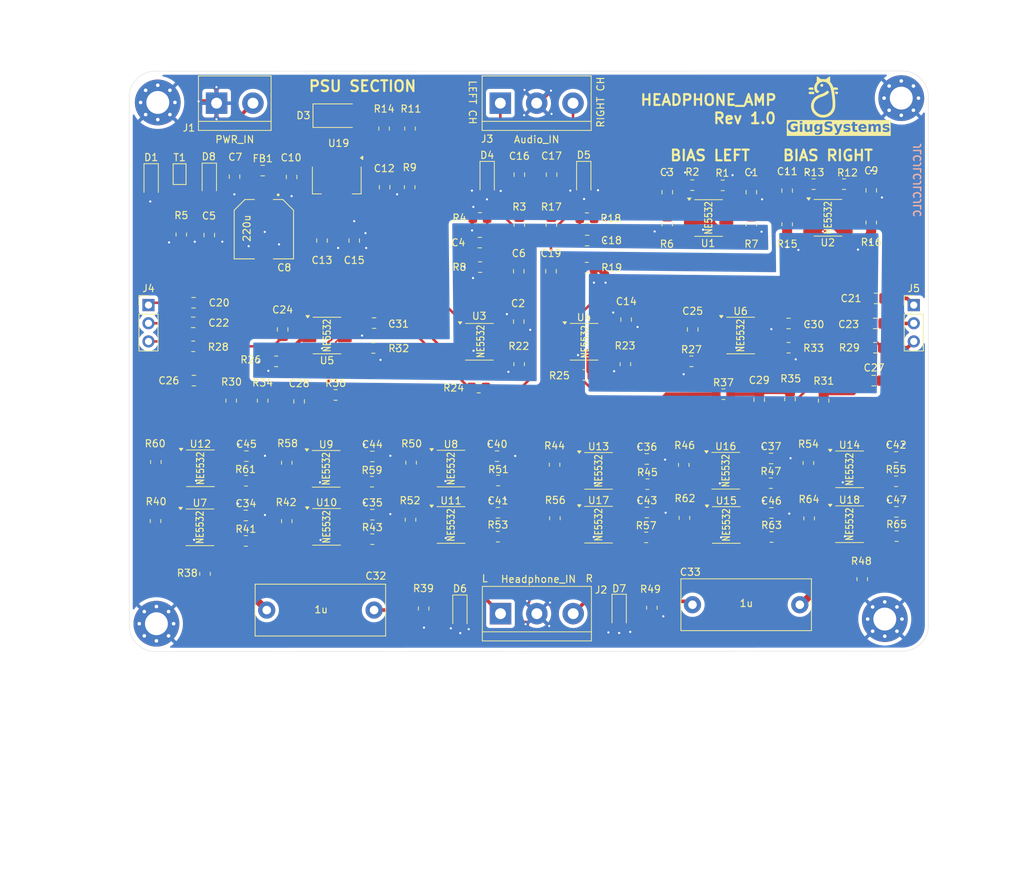
<source format=kicad_pcb>
(kicad_pcb (version 20240108) (generator "pcbnew") (generator_version "8.0")
  (layers (0 "F.Cu" signal) (1 "In1.Cu" power) (2 "In2.Cu" power) (31 "B.Cu" power) (34 "B.Paste" user) (35 "F.Paste" user) (36 "B.SilkS" user "B.Silkscreen") (37 "F.SilkS" user "F.Silkscreen") (38 "B.Mask" user) (39 "F.Mask" user) (44 "Edge.Cuts" user))
  (net 0 "")
  (net 1 "GND")
  (net 2 "+15V")
  (net 3 "Net-(U1A-+)")
  (net 4 "Net-(U2A-+)")
  (net 5 "Net-(C4-Pad1)")
  (net 6 "AUDIO_IN_LEFT")
  (net 7 "Net-(D8-A)")
  (net 8 "AUDIO_IN_RIGHT")
  (net 9 "Net-(D8-K)")
  (net 10 "Net-(U3A-+)")
  (net 11 "Net-(C18-Pad1)")
  (net 12 "Net-(J5-Pin_1)")
  (net 13 "Net-(D4-A1)")
  (net 14 "INP_BUF_OUT_LEFT")
  (net 15 "Net-(J5-Pin_2)")
  (net 16 "Net-(D3-K)")
  (net 17 "Net-(U5A--)")
  (net 18 "Net-(J5-Pin_3)")
  (net 19 "Net-(U6A--)")
  (net 20 "Net-(U6B--)")
  (net 21 "Net-(J4-Pin_1)")
  (net 22 "INP_BUF_OUT_RIGHT")
  (net 23 "Net-(U19-ADJ)")
  (net 24 "Net-(J4-Pin_2)")
  (net 25 "Net-(U8A--)")
  (net 26 "Net-(U8B--)")
  (net 27 "Net-(C26-Pad2)")
  (net 28 "Net-(U7A--)")
  (net 29 "Net-(C27-Pad2)")
  (net 30 "Net-(C28-Pad2)")
  (net 31 "Net-(J4-Pin_3)")
  (net 32 "Net-(C29-Pad2)")
  (net 33 "AUDIO_OUT_LEFT")
  (net 34 "AUDIO_OUT_RIGHT")
  (net 35 "Net-(C32-Pad1)")
  (net 36 "Net-(D5-A1)")
  (net 37 "Vin")
  (net 38 "Net-(U1A--)")
  (net 39 "VBIAS_LEFT")
  (net 40 "Net-(U1B--)")
  (net 41 "Net-(U2A--)")
  (net 42 "VBIAS_RIGHT")
  (net 43 "Net-(U2B--)")
  (net 44 "Net-(U4A-+)")
  (net 45 "Net-(U3B--)")
  (net 46 "Net-(C33-Pad1)")
  (net 47 "Net-(U3B-+)")
  (net 48 "Net-(U5B--)")
  (net 49 "Net-(U5A-+)")
  (net 50 "Net-(U6A-+)")
  (net 51 "Net-(U6B-+)")
  (net 52 "Net-(U7B--)")
  (net 53 "Net-(U4B-+)")
  (net 54 "Net-(R11-Pad2)")
  (net 55 "PREAMP_OUT_RIGHT")
  (net 56 "PREAMP_OUT_LEFT")
  (net 57 "Net-(U10A--)")
  (net 58 "DRIVER_OUT_LEFT")
  (net 59 "Net-(U9A--)")
  (net 60 "Net-(U9B--)")
  (net 61 "Net-(U10B--)")
  (net 62 "Net-(U11A--)")
  (net 63 "Net-(U11B--)")
  (net 64 "Net-(U12A--)")
  (net 65 "Net-(U12B--)")
  (net 66 "Net-(U13A--)")
  (net 67 "Net-(U13B--)")
  (net 68 "Net-(U14A--)")
  (net 69 "Net-(U14B--)")
  (net 70 "DRIVER_OUT_RIGHT")
  (net 71 "Net-(U15A--)")
  (net 72 "Net-(U15B--)")
  (net 73 "Net-(U16A--)")
  (net 74 "Net-(U16B--)")
  (net 75 "Net-(U17A--)")
  (net 76 "Net-(U17B--)")
  (net 77 "Net-(U18A--)")
  (net 78 "Net-(U18B--)")
  (net 79 "Net-(U4B--)")
  (net 80 "Net-(U5B-+)")
  (footprint "Capacitor_SMD:C_0805_2012Metric_Pad1.18x1.45mm_HandSolder" (layer "F.Cu") (at 81.1 74.8)
    (property "Reference" "C26")
    (property "Value" "10u")
  )
  (footprint "Package_SO:SOIC-8_3.9x4.9mm_P1.27mm" (layer "F.Cu") (at 82.0075 87.055)
    (property "Reference" "U12")
    (property "Value" "NE5532")
  )
  (footprint "Resistor_SMD:R_0805_2012Metric_Pad1.20x1.40mm_HandSolder" (layer "F.Cu") (at 82.65 101.8075 90)
    (property "Reference" "R38")
    (property "Value" "10")
  )
  (footprint "TerminalBlock:TerminalBlock_bornier-3_P5.08mm" (layer "F.Cu") (at 123.92 36)
    (property "Reference" "J3")
    (property "Value" "Audio_IN")
  )
  (footprint "Package_SO:SOIC-8_3.9x4.9mm_P1.27mm" (layer "F.Cu") (at 157.5 68.49)
    (property "Reference" "U6")
    (property "Value" "NE5532")
  )
  (footprint "TerminalBlock:TerminalBlock_bornier-2_P5.08mm" (layer "F.Cu") (at 84.27 36)
    (property "Reference" "J1")
    (property "Value" "PWR_IN")
  )
  (footprint "Capacitor_SMD:C_0805_2012Metric_Pad1.18x1.45mm_HandSolder" (layer "F.Cu") (at 123.5875 93.27)
    (property "Reference" "C41")
    (property "Value" "100n")
  )
  (footprint "Resistor_SMD:R_0805_2012Metric_Pad1.20x1.40mm_HandSolder" (layer "F.Cu") (at 94.0825 86.28 -90)
    (property "Reference" "R58")
    (property "Value" "1")
  )
  (footprint "Resistor_SMD:R_0805_2012Metric_Pad1.20x1.40mm_HandSolder" (layer "F.Cu") (at 79.34 54.37 -90)
    (property "Reference" "R5")
    (property "Value" "100k")
  )
  (footprint "Resistor_SMD:R_0805_2012Metric_Pad1.20x1.40mm_HandSolder" (layer "F.Cu") (at 105.9825 88.93)
    (property "Reference" "R59")
    (property "Value" "1")
  )
  (footprint "Resistor_SMD:R_0805_2012Metric_Pad1.20x1.40mm_HandSolder" (layer "F.Cu") (at 111.3725 94.245 -90)
    (property "Reference" "R52")
    (property "Value" "1")
  )
  (footprint "Capacitor_SMD:C_0805_2012Metric_Pad1.18x1.45mm_HandSolder" (layer "F.Cu") (at 94.75 46.325 90)
    (property "Reference" "C10")
    (property "Value" "100n")
  )
  (footprint "Capacitor_SMD:C_0805_2012Metric_Pad1.18x1.45mm_HandSolder" (layer "F.Cu") (at 144.4 93.2425)
    (property "Reference" "C43")
    (property "Value" "100n")
  )
  (footprint "Capacitor_SMD:C_0805_2012Metric_Pad1.18x1.45mm_HandSolder" (layer "F.Cu") (at 131 59.5 -90)
    (property "Reference" "C19")
    (property "Value" "4.7u")
  )
  (footprint "Package_SO:SOIC-8_3.9x4.9mm_P1.27mm" (layer "F.Cu") (at 137.65 94.9425)
    (property "Reference" "U17")
    (property "Value" "NE5532")
  )
  (footprint "Package_SO:SOIC-8_3.9x4.9mm_P1.27mm" (layer "F.Cu") (at 172.725 87.1975)
    (property "Reference" "U14")
    (property "Value" "NE5532")
  )
  (footprint "Resistor_SMD:R_0805_2012Metric_Pad1.20x1.40mm_HandSolder" (layer "F.Cu") (at 164.2 70.2)
    (property "Reference" "R33")
    (property "Value" "1k")
  )
  (footprint "Package_SO:SOIC-8_3.9x4.9mm_P1.27mm" (layer "F.Cu") (at 169.7075 52.0275)
    (property "Reference" "U2")
    (property "Value" "NE5532")
  )
  (footprint "Diode_SMD:D_SMA" (layer "F.Cu") (at 101.25 37.75)
    (property "Reference" "D3")
    (property "Value" "1N4007")
  )
  (footprint "Capacitor_SMD:C_0805_2012Metric_Pad1.18x1.45mm_HandSolder" (layer "F.Cu") (at 103.5 55.2125 90)
    (property "Reference" "C15")
    (property "Value" "100n")
  )
  (footprint "Capacitor_SMD:C_0805_2012Metric_Pad1.18x1.45mm_HandSolder" (layer "F.Cu") (at 81 66.65)
    (property "Reference" "C22")
    (property "Value" "10u")
  )
  (footprint "Capacitor_SMD:C_0805_2012Metric_Pad1.18x1.45mm_HandSolder" (layer "F.Cu") (at 175.75 48.1925 90)
    (property "Reference" "C9")
    (property "Value" "100n")
  )
  (footprint "Resistor_SMD:R_0805_2012Metric_Pad1.20x1.40mm_HandSolder" (layer "F.Cu") (at 147.25 52.9425 -90)
    (property "Reference" "R6")
    (property "Value" "10")
  )
  (footprint "Diode_SMD:D_SOD-123" (layer "F.Cu") (at 75.125 46.825 -90)
    (property "Reference" "D1")
    (property "Value" "SMF24A" (hide yes))
  )
  (footprint "LOGO" (layer "F.Cu") (at 169.04 35.180479)
    (property "Reference" "G***" (hide yes))
    (property "Value" "LOGO" (hide yes))
  )
  (footprint "Resistor_SMD:R_0805_2012Metric_Pad1.20x1.40mm_HandSolder" (layer "F.Cu") (at 111.4475 86.27 -90)
    (property "Reference" "R50")
    (property "Value" "1")
  )
  (footprint "Resistor_SMD:R_0805_2012Metric_Pad1.20x1.40mm_HandSolder" (layer "F.Cu") (at 113.2 106.6575 -90)
    (property "Reference" "R39")
    (property "Value" "10k")
  )
  (footprint "Capacitor_SMD:C_0805_2012Metric_Pad1.18x1.45mm_HandSolder" (layer "F.Cu") (at 176.3 66.8 180)
    (property "Reference" "C23")
    (property "Value" "10u")
  )
  (footprint "Resistor_SMD:R_0805_2012Metric_Pad1.20x1.40mm_HandSolder" (layer "F.Cu") (at 175.75 52.6925 -90)
    (property "Reference" "R16")
    (property "Value" "10")
  )
  (footprint "Diode_SMD:D_SOD-123" (layer "F.Cu") (at 118.275 107.1325 -90)
    (property "Reference" "D6")
    (property "Value" "SMF24A")
  )
  (footprint "Resistor_SMD:R_0805_2012Metric_Pad1.20x1.40mm_HandSolder" (layer "F.Cu") (at 131.05 53 -90)
    (property "Reference" "R17")
    (property "Value" "100")
  )
  (footprint "TerminalBlock:TerminalBlock_bornier-3_P5.08mm" (layer "F.Cu") (at 123.945 107.3825)
    (property "Reference" "J2")
    (property "Value" "Headphone_IN")
  )
  (footprint "MountingHole:MountingHole_3.2mm_M3_Pad_Via" (layer "F.Cu") (at 76.05 35.9)
    (property "Reference" "H1" (hide yes))
    (property "Value" "MountingHole_Pad" (hide yes))
  )
  (footprint "Capacitor_SMD:C_0805_2012Metric_Pad1.18x1.45mm_HandSolder" (layer "F.Cu") (at 88.3625 93.66)
    (property "Reference" "C34")
    (property "Value" "100n")
  )
  (footprint "Resistor_SMD:R_0805_2012Metric_Pad1.20x1.40mm_HandSolder" (layer "F.Cu") (at 94.0825 94.445 -90)
    (property "Reference" "R42")
    (property "Value" "1")
  )
  (footprint "Capacitor_THT:C_Rect_L18.0mm_W7.0mm_P15.00mm_FKS3_FKP3" (layer "F.Cu") (at 165.775 106.1325 180)
    (property "Reference" "C33")
    (property "Value" "1u")
  )
  (footprint "Resistor_SMD:R_0805_2012Metric_Pad1.20x1.40mm_HandSolder" (layer "F.Cu") (at 167.075 94.0675 -90)
    (property "Reference" "R64")
    (property "Value" "1")
  )
  (footprint "Resistor_SMD:R_0805_2012Metric_Pad1.20x1.40mm_HandSolder" (layer "F.Cu") (at 75.7375 94.435 -90)
    (property "Reference" "R40")
    (property "Value" "1")
  )
  (footprint "MountingHole:MountingHole_3.2mm_M3_Pad_Via" (layer "F.Cu") (at 179.952944 35.297056)
    (property "Reference" "H2" (hide yes))
    (property "Value" "MountingHole_Pad" (hide yes))
  )
  (footprint "Resistor_SMD:R_0805_2012Metric_Pad1.20x1.40mm_HandSolder" (layer "F.Cu") (at 92.6 72.1)
    (property "Reference" "R26")
    (property "Value" "1k")
  )
  (footprint "Package_SO:SOIC-8_3.9x4.9mm_P1.27mm" (layer "F.Cu") (at 117.0225 87.095)
    (property "Reference" "U8")
    (property "Value" "NE5532")
  )
  (footprint "Diode_SMD:D_SOD-123" (layer "F.Cu") (at 122.08 46.5 -90)
    (property "Reference" "D4")
    (property "Value" "SMF24A")
  )
  (footprint "Capacitor_SMD:C_0805_2012Metric_Pad1.18x1.45mm_HandSolder" (layer "F.Cu") (at 81.05 63.91 180)
    (property "Reference" "C20")
    (property "Value" "10u")
  )
  (footprint "Capacitor_SMD:C_0805_2012Metric_Pad1.18x1.45mm_HandSolder" (layer "F.Cu") (at 88.4325 85.355)
    (property "Reference" "C45")
    (property "Value" "100n")
  )
  (footprint "Capacitor_SMD:C_0805_2012Metric_Pad1.18x1.45mm_HandSolder" (layer "F.Cu") (at 176.1 74.8 180)
    (property "Reference" "C27")
    (property "Value" "10u")
  )
  (footprint "Package_SO:SOIC-8_3.9x4.9mm_P1.27mm" (layer "F.Cu") (at 135.625 69.365)
    (property "Reference" "U4")
    (property "Value" "NE5532")
  )
  (footprint "Capacitor_SMD:C_0805_2012Metric_Pad1.18x1.45mm_HandSolder" (layer "F.Cu") (at 160.1 77.4625 90)
    (property "Reference" "C29")
    (property "Value" "1n")
  )
  (footprint "Resistor_SMD:R_0805_2012Metric_Pad1.20x1.40mm_HandSolder" (layer "F.Cu") (at 88.3825 88.805)
    (property "Reference" "R61")
    (property "Value" "1")
  )
  (footprint "Connector_PinHeader_2.54mm:PinHeader_1x03_P2.54mm_Vertical" (layer "F.Cu") (at 74.75 64.235)
    (property "Reference" "J4")
    (property "Value" "Conn_01x03" (hide yes))
  )
  (footprint "Resistor_SMD:R_0805_2012Metric_Pad1.20x1.40mm_HandSolder" (layer "F.Cu") (at 145.1 106.5575 -90)
    (property "Reference" "R49")
    (property "Value" "10k")
  )
  (footprint "Capacitor_SMD:C_0805_2012Metric_Pad1.18x1.45mm_HandSolder" (layer "F.Cu") (at 150.8 67.6375 90)
    (property "Reference" "C25")
    (property "Value" "1n")
  )
  (footprint "Resistor_SMD:R_0805_2012Metric_Pad1.20x1.40mm_HandSolder" (layer "F.Cu") (at 169.1 77.6 90)
    (property "Reference" "R31")
    (property "Value" "3.3k")
  )
  (footprint "Resistor_SMD:R_0805_2012Metric_Pad1.20x1.40mm_HandSolder" (layer "F.Cu") (at 121.075 52.05 180)
    (property "Reference" "R4")
    (property "Value" "22k")
  )
  (footprint "Resistor_SMD:R_0805_2012Metric_Pad1.20x1.40mm_HandSolder" (layer "F.Cu") (at 155 47.4975 180)
    (property "Reference" "R1")
    (property "Value" "2.2k")
  )
  (footprint "Package_SO:SOIC-8_3.9x4.9mm_P1.27mm" (layer "F.Cu") (at 155.425 87.3975)
    (property "Reference" "U16")
    (property "Value" "NE5532")
  )
  (footprint "Resistor_SMD:R_0805_2012Metric_Pad1.20x1.40mm_HandSolder" (layer "F.Cu") (at 107.675 39.55 90)
    (property "Reference" "R14")
    (property "Value" "240")
  )
  (footprint "Resistor_SMD:R_0805_2012Metric_Pad1.20x1.40mm_HandSolder" (layer "F.Cu") (at 167.7075 47.3325 180)
    (property "Reference" "R13")
    (property "Value" "2.2k")
  )
  (footprint "Resistor_SMD:R_0805_2012Metric_Pad1.20x1.40mm_HandSolder" (layer "F.Cu") (at 164 52.9425 -90)
    (property "Reference" "R15")
    (property "Value" "10")
  )
  (footprint "Resistor_SMD:R_0805_2012Metric_Pad1.20x1.40mm_HandSolder" (layer "F.Cu") (at 75.7825 86.18 -90)
    (property "Reference" "R60")
    (property "Value" "1")
  )
  (footprint "Package_SO:SOIC-8_3.9x4.9mm_P1.27mm" (layer "F.Cu") (at 153.025 52.0575)
    (property "Reference" "U1")
    (property "Value" "NE5532")
  )
  (footprint "Connector_PinHeader_2.54mm:PinHeader_1x03_P2.54mm_Vertical" (layer "F.Cu") (at 181.7 64.235)
    (property "Reference" "J5")
    (property "Value" "Conn_01x03" (hide yes))
  )
  (footprint "Package_SO:SOIC-8_3.9x4.9mm_P1.27mm" (layer "F.Cu") (at 99.5825 87.13)
    (property "Reference" "U9")
    (property "Value" "NE5532")
  )
  (footprint "Capacitor_SMD:C_0805_2012Metric_Pad1.18x1.45mm_HandSolder" (layer "F.Cu") (at 106.0325 85.4)
    (property "Reference" "C44")
    (property "Value" "100n")
  )
  (footprint "Resistor_SMD:R_0805_2012Metric_Pad1.20x1.40mm_HandSolder" (layer "F.Cu") (at 149.65 93.9925 -90)
    (property "Reference" "R62")
    (property "Value" "1")
  )
  (footprint "Resistor_SMD:R_0805_2012Metric_Pad1.20x1.40mm_HandSolder" (layer "F.Cu") (at 81 70)
    (property "Reference" "R28")
    (property "Value" "5.6k")
  )
  (footprint "Package_SO:SOIC-8_3.9x4.9mm_P1.27mm" (layer "F.Cu") (at 99.7 68.49)
    (property "Reference" "U5")
    (property "Value" "NE5532")
  )
  (footprint "Resistor_SMD:R_0805_2012Metric_Pad1.20x1.40mm_HandSolder" (layer "F.Cu") (at 174.5 102.5575 90)
    (property "Reference" "R48")
    (property "Value" "10")
  )
  (footprint "Resistor_SMD:R_0805_2012Metric_Pad1.20x1.40mm_HandSolder" (layer "F.Cu") (at 135.7 74)
    (property "Reference" "R25")
    (property "Value" "1k")
  )
  (footprint "Resistor_SMD:R_0805_2012Metric_Pad1.20x1.40mm_HandSolder" (layer "F.Cu") (at 90.7 77.6 -90)
    (property "Reference" "R34")
    (property "Value" "3.3k")
  )
  (footprint "Resistor_SMD:R_0805_2012Metric_Pad1.20x1.40mm_HandSolder" (layer "F.Cu") (at 126.549999 72.5 90)
    (property "Reference" "R22")
    (property "Value" "22k")
  )
  (footprint "Package_SO:SOIC-8_3.9x4.9mm_P1.27mm" (layer "F.Cu") (at 155.5 94.9825)
    (property "Reference" "U15")
    (property "Value" "NE5532")
  )
  (footprint "Capacitor_THT:C_Rect_L18.0mm_W7.0mm_P15.00mm_FKS3_FKP3" (layer "F.Cu") (at 91.275 106.8825)
    (property "Reference" "C32")
    (property "Value" "1u")
  )
  (footprint "Capacitor_SMD:C_0805_2012Metric_Pad1.18x1.45mm_HandSolder" (layer "F.Cu") (at 86.775 46.275 -90)
    (property "Reference" "C7")
    (property "Value" "100n")
  )
  (footprint "Resistor_SMD:R_0805_2012Metric_Pad1.20x1.40mm_HandSolder" (layer "F.Cu") (at 106.0325 96.97)
    (property "Reference" "R43")
    (property "Value" "1")
  )
  (footprint "Footprint:EEE1EA221UP" (layer "F.Cu") (at 90.875 53.625 -90)
    (property "Reference" "C8")
    (property "Value" "220u")
  )
  (footprint "Resistor_SMD:R_0805_2012Metric_Pad1.20x1.40mm_HandSolder" (layer "F.Cu") (at 144.475 89.2775)
    (property "Reference" "R45")
    (property "Value" "1")
  )
  (footprint "Resistor_SMD:R_0805_2012Metric_Pad1.20x1.40mm_HandSolder" (layer "F.Cu") (at 155.1 76.7 180)
    (property "Reference" "R37")
    (property "Value" "10")
  )
  (footprint "Resistor_SMD:R_0805_2012Metric_Pad1.20x1.40mm_HandSolder" (layer "F.Cu") (at 100.9 76.8)
    (property "Reference" "R36")
    (property "Value" "10")
  )
  (footprint "Resistor_SMD:R_0805_2012Metric_Pad1.20x1.40mm_HandSolder" (layer "F.Cu") (at 176.3 70.2 180)
    (property "Reference" "R29")
    (property "Value" "5.6k")
  )
  (footprint "Resistor_SMD:R_0805_2012Metric_Pad1.20x1.40mm_HandSolder" (layer "F.Cu") (at 106.175 70.225)
    (property "Reference" "R32")
    (property "Value" "1k")
  )
  (footprint "Resistor_SMD:R_0805_2012Metric_Pad1.20x1.40mm_HandSolder" (layer "F.Cu") (at 166.975 86.3175 -90)
    (property "Reference" "R54")
    (property "Value" "1")
  )
  (footprint "Package_SO:SOIC-8_3.9x4.9mm_P1.27mm" (layer "F.Cu") (at 120.999999 69.365)
    (property "Reference" "U3")
    (property "Value" "NE5532")
  )
  (footprint "Resistor_SMD:R_0805_2012Metric_Pad1.20x1.40mm_HandSolder" (layer "F.Cu") (at 123.6125 88.77)
    (property "Reference" "R51")
    (property "Value" "1")
  )
  (footprint "Capacitor_SMD:C_0805_2012Metric_Pad1.18x1.45mm_HandSolder" (layer "F.Cu") (at 93.5 67.6375 90)
    (property "Reference" "C24")
    (property "Value" "1n")
  )
  (footprint "Capacitor_SMD:C_0805_2012Metric_Pad1.18x1.45mm_HandSolder" (layer "F.Cu") (at 126.5 59.5 -90)
    (property "Reference" "C6")
    (property "Value" "4.7u")
  )
  (footprint "Resistor_SMD:R_0805_2012Metric_Pad1.20x1.40mm_HandSolder" (layer "F.Cu") (at 141.4 72.5 90)
    (property "Reference" "R23")
    (property "Value" "22k")
  )
  (footprint "Capacitor_SMD:C_0805_2012Metric_Pad1.18x1.45mm_HandSolder" (layer "F.Cu") (at 107.75 47.75 90)
    (property "Reference" "C12")
    (property "Value" "100n")
  )
  (footprint "Resistor_SMD:R_0805_2012Metric_Pad1.20x1.40mm_HandSolder" (layer "F.Cu") (at 150.75 47.4725 180)
    (property "Reference" "R2")
    (property "Value" "2.2k")
  )
  (footprint "Capacitor_SMD:C_0805_2012Metric_Pad1.18x1.45mm_HandSolder" (layer "F.Cu") (at 99 55.2125 90)
    (property "Reference" "C13")
    (property "Value" "1u")
  )
  (footprint "Resistor_SMD:R_0805_2012Metric_Pad1.20x1.40mm_HandSolder" (layer "F.Cu") (at 123.5725 96.62)
    (property "Reference" "R53")
    (property "Value" "1")
  )
  (footprint "Resistor_SMD:R_0805_2012Metric_Pad1.20x1.40mm_HandSolder" (layer "F.Cu") (at 86.3 77.6 90)
    (property "Reference" "R30")
    (property "Value" "3.3k")
  )
  (footprint "Resistor_SMD:R_0805_2012Metric_Pad1.20x1.40mm_HandSolder" (layer "F.Cu") (at 131.55 94.0425 -90)
    (property "Reference" "R56")
    (property "Value" "1")
  )
  (footprint "MountingHole:MountingHole_3.2mm_M3_Pad_Via" (layer "F.Cu") (at 75.86 108.79)
    (property "Reference" "H4" (hide yes))
    (property "Value" "MountingHole_Pad" (hide yes))
  )
  (footprint "Capacitor_SMD:C_0805_2012Metric_Pad1.18x1.45mm_HandSolder" (layer "F.Cu") (at 123.4625 85.36)
    (property "Reference" "C40")
    (property "Value" "100n")
  )
  (footprint "Capacitor_SMD:C_0805_2012Metric_Pad1.18x1.45mm_HandSolder" (layer "F.Cu") (at 161.75 85.6825)
    (property "Reference" "C37")
    (property "Value" "100n")
  )
  (footprint "Resistor_SMD:R_0805_2012Metric_Pad1.20x1.40mm_HandSolder" (layer "F.Cu") (at 88.3625 97.21)
    (property "Reference" "R41")
    (property "Value" "1")
  )
  (footprint "Capacitor_SMD:C_0805_2012Metric_Pad1.18x1.45mm_HandSolder" (layer "F.Cu") (at 141.5 66.2625 90)
    (property "Reference" "C14")
    (property "Value" "100n")
  )
  (footprint "Resistor_SMD:R_0805_2012Metric_Pad1.20x1.40mm_HandSolder" (layer "F.Cu") (at 149.55 86.5825 -90)
    (property "Reference" "R46")
    (property "Value" "1")
  )
  (footprint "Resistor_SMD:R_0805_2012Metric_Pad1.20x1.40mm_HandSolder" (layer "F.Cu") (at 111.25 47.75 -90)
    (property "Reference" "R9")
    (property "Value" "1.3k")
  )
  (footprint "Resistor_SMD:R_0805_2012Metric_Pad1.20x1.40mm_HandSolder" (layer "F.Cu") (at 171.9575 47.3325 180)
    (property "Reference" "R12")
    (property "Value" "2.2k")
  )
  (footprint "Resistor_SMD:R_0805_2012Metric_Pad1.20x1.40mm_HandSolder" (layer "F.Cu") (at 126.575 53 -90)
    (property "Reference" "R3")
    (property "Value" "100")
  )
  (footprint "Capacitor_SMD:C_0805_2012Metric_Pad1.18x1.45mm_HandSolder" (layer "F.Cu") (at 126.58 46 90)
    (property "Reference" "C16")
    (property "Value" "100n")
  )
  (footprint "Package_SO:SOIC-8_3.9x4.9mm_P1.27mm" (layer "F.Cu") (at 137.65 87.4175)
    (property "Reference" "U13")
    (property "Value" "NE5532")
  )
  (footprint "Resistor_SMD:R_0805_2012Metric_Pad1.20x1.40mm_HandSolder" (layer "F.Cu") (at 144.3 96.7175)
    (property "Reference" "R57")
    (property "Value" "1")
  )
  (footprint "Resistor_SMD:R_0805_2012Metric_Pad1.20x1.40mm_HandSolder" (layer "F.Cu") (at 120.9 75.78)
    (property "Reference" "R24")
    (property "Value" "1k")
  )
  (footprint "Capacitor_SMD:C_0805_2012Metric_Pad1.18x1.45mm_HandSolder" (layer "F.Cu") (at 83.25 54.4475 -90)
    (property "Reference" "C5")
    (property "Value" "10u")
  )
  (footprint "Resistor_SMD:R_0805_2012Metric_Pad1.20x1.40mm_HandSolder" (layer "F.Cu") (at 179.3 96.5425)
    (property "Reference" "R65")
    (property "Value" "1")
  )
  (footprint "Package_SO:SOIC-8_3.9x4.9mm_P1.27mm" (layer "F.Cu") (at 172.725 94.8775)
    (property "Reference" "U18")
    (property "Value" "NE5532")
  )
  (footprint "Capacitor_SMD:C_0805_2012Metric_Pad1.18x1.45mm_HandSolder" (layer "F.Cu") (at 147.25 48.4425 90)
    (property "Reference" "C3")
    (property "Value" "10u")
  )
  (footprint "Package_SO:SOIC-8_3.9x4.9mm_P1.27mm" (layer "F.Cu") (at 117.0225 94.985)
    (property "Reference" "U11")
    (property "Value" "NE5532")
  )
  (footprint "MountingHole:MountingHole_3.2mm_M3_Pad_Via" (layer "F.Cu") (at 177.65 108.14)
    (property "Reference" "H3" (hide yes))
    (property "Value" "MountingHole_Pad" (hide yes))
  )
  (footprint "Package_TO_SOT_SMD:SOT-223" (layer "F.Cu") (at 101.0625 46.775 -90)
    (property "Reference" "U19")
    (property "Value" "LM317_TO-252")
  )
  (footprint "Capacitor_SMD:C_0805_2012Metric_Pad1.18x1.45mm_HandSolder" (layer "F.Cu") (at 131.08 46 90)
    (property "Reference" "C17")
    (property "Value" "100n")
  )
  (footprint "Capacitor_SMD:C_0805_2012Metric_Pad1.18x1.45mm_HandSolder" (layer "F.Cu") (at 179.225 85.4725)
    (property "Reference" "C42")
    (property "Value" "100n")
  )
  (footprint "Resistor_SMD:R_0805_2012Metric_Pad1.20x1.40mm_HandSolder" (layer "F.Cu") (at 161.725 89.1325)
    (property "Reference" "R47")
    (property "Value" "1")
  )
  (footprint "Capacitor_SMD:C_0805_2012Metric_Pad1.18x1.45mm_HandSolder" (layer "F.Cu") (at 106.0325 93.545)
    (property "Reference" "C35")
    (property "Value" "100n")
  )
  (footprint "Resistor_SMD:R_0805_2012Metric_Pad1.20x1.40mm_HandSolder" (layer "F.Cu") (at 150.625 72.1)
    (property "Reference" "R27")
    (property "Value" "1k")
  )
  (footprint "Capacitor_SMD:C_0805_2012Metric_Pad1.18x1.45mm_HandSolder" (layer "F.Cu") (at 164 48.23 90)
    (property "Reference" "C11")
    (property "Value" "10u")
  )
  (footprint "Capacitor_SMD:C_0805_2012Metric_Pad1.18x1.45mm_HandSolder" (layer "F.Cu") (at 164.2 66.8)
    (property "Reference" "C30")
    (property "Value" "100n")
  )
  (footprint "Capacitor_SMD:C_0805_2012Metric_Pad1.18x1.45mm_HandSolder" (layer "F.Cu") (at 144.4 85.7525)
    (property "Reference" "C36")
    (property "Value" "100n")
  )
  (footprint "Diode_SMD:D_SOD-123" (layer "F.Cu") (at 140.525 107.0325 -90)
    (property "Reference" "D7")
    (property "Value" "SMF24A")
  )
  (footprint "Resistor_SMD:R_0805_2012Metric_Pad1.20x1.40mm_HandSolder" (layer "F.Cu") (at 161.825 96.6675)
    (property "Reference" "R63")
    (property "Value" "1")
  )
  (footprint "Capacitor_SMD:C_0805_2012Metric_Pad1.18x1.45mm_HandSolder" (layer "F.Cu") (at 95.8 77.7 90)
    (property "Reference" "C28")
    (property "Value" "1n")
  )
  (footprint "Capacitor_SMD:C_0805_2012Metric_Pad1.18x1.45mm_HandSolder" (layer "F.Cu") (at 121.05 55.5 180)
    (property "Reference" "C4")
    (property "Value" "1n")
  )
  (footprint "Footprint:SSM3J338R_LF" (layer "F.Cu") (at 79.1 45.925 90)
    (property "Reference" "T1")
    (property "Value" "SSM3J338R_LF" (hide yes))
  )
  (footprint "Resistor_SMD:R_0805_2012Metric_Pad1.20x1.40mm_HandSolder" (layer "F.Cu") (at 111.3 39.55 -90)
    (property "Reference" "R11")
    (property "Value" "1.3k")
  )
  (footprint "Capacitor_SMD:C_0805_2012Metric_Pad1.18x1.45mm_HandSolder" (layer "F.Cu") (at 161.8 93.2925)
    (property "Reference" "C46")
    (property "Value" "100n")
  )
  (footprint "Capacitor_SMD:C_0805_2012Metric_Pad1.18x1.45mm_HandSolder" (layer "F.Cu") (at 106.275 66.75)
    (property "Reference" "C31")
    (property "Value" "100n")
  )
  (footprint "Diode_SMD:D_SOD-123F" (layer "F.Cu") (at 83.25 46.6 -90)
    (property "Reference" "D8")
    (property "Value" "BZT52C7V5S" (hide yes))
  )
  (footprint "Capacitor_SMD:C_0805_2012Metric_Pad1.18x1.45mm_HandSolder" (layer "F.Cu") (at 179.275 93.1425)
    (property "Reference" "C47")
    (property "Value" "100n")
  )
  (footprint "Resistor_SMD:R_0805_2012Metric_Pad1.20x1.40mm_HandSolder" (layer "F.Cu") (at 136 59 180)
    (property "Reference" "R19")
    (property "Value" "22k")
  )
  (footprint "Package_SO:SOIC-8_3.9x4.9mm_P1.27mm" (layer "F.Cu") (at 99.6325 95.245)
    (property "Reference" "U10")
    (property "Value" "NE5532")
  )
  (footprint "Resistor_SMD:R_0805_2012Metric_Pad1.20x1.40mm_HandSolder" (layer "F.Cu") (at 131.5 86.5575 -90)
    (property "Reference" "R44")
    (property "Value" "1")
  )
  (footprint "Resistor_SMD:R_0805_2012Metric_Pad1.20x1.40mm_HandSolder" (layer "F.Cu") (at 164.4 77.4 -90)
    (property "Reference" "R35")
    (property "Value" "3.3k")
  )
  (footprint "Capacitor_SMD:C_0805_2012Metric_Pad1.18x1.45mm_HandSolder" (layer "F.Cu") (at 176.4375 63.3)
    (property "Reference" "C21")
    (property "Value" "10u")
  )
  (footprint "Resistor_SMD:R_0805_2012Metric_Pad1.20x1.40mm_HandSolder" (layer "F.Cu") (at 179.225 88.8725)
    (property "Reference" "R55")
    (property "Value" "1")
  )
  (footprint "Package_SO:SOIC-8_3.9x4.9mm_P1.27mm" (layer "F.Cu") (at 81.9375 95.31)
    (property "Reference" "U7")
    (property "Value" "NE5532")
  )
  (footprint "Resistor_SMD:R_0805_2012Metric_Pad1.20x1.40mm_HandSolder" (layer "F.Cu") (at 159 52.9425 -90)
    (property "Reference" "R7")
    (property "Value" "10")
  )
  (footprint "Diode_SMD:D_SOD-123" (layer "F.Cu") (at 135.58 46.5 -90)
    (property "Reference" "D5")
    (property "Value" "SMF24A")
  )
  (footprint "Capacitor_SMD:C_0805_2012Metric_Pad1.18x1.45mm_HandSolder" (layer "F.Cu") (at 90.7125 45.425)
    (property "Reference" "FB1")
    (property "Value" "BLM21PG121SN1D")
  )
  (footprint "Capacitor_SMD:C_0805_2012Metric_Pad1.18x1.45mm_HandSolder" (layer "F.Cu") (at 126.5 66.5375 90)
    (property "Reference" "C2")
    (property "Value" "100n")
  )
  (footprint "Resistor_SMD:R_0805_2012Metric_Pad1.20x1.40mm_HandSolder" (layer "F.Cu") (at 121.1 58.925)
    (property "Reference" "R8")
    (property "Value" "22k")
  )
  (footprint "Resistor_SMD:R_0805_2012Metric_Pad1.20x1.40mm_HandSolder" (layer "F.Cu") (at 136.025 52.075)
    (property "Reference" "R18")
    (property "Value" "22k")
  )
  (footprint "Capacitor_SMD:C_0805_2012Metric_Pad1.18x1.45mm_HandSolder" (layer "F.Cu") (at 136.05 55.2)
    (property "Reference" "C18")
    (property "Value" "1n")
  )
  (footprint "Capacitor_SMD:C_0805_2012Metric_Pad1.18x1.45mm_HandSolder" (layer "F.Cu") (at 159 48.4425 90)
    (property "Reference" "C1")
    (property "Value" "100n")
  )
  (gr_line (start 180.1 31.5) (end 75.674956 31.524956) (stroke (width 0.05)) (layer "Edge.Cuts"))
  (gr_arc (start 72.049956 35.149956) (mid 73.111707 32.586707) (end 75.674956 31.524956) (stroke (width 0.05)) (layer "Edge.Cuts"))
  (gr_line (start 72.05 109.025) (end 72.05 35.15) (stroke (width 0.05)) (layer "Edge.Cuts"))
  (gr_line (start 183.75 108.999999) (end 183.750001 35.15) (stroke (width 0.05)) (layer "Edge.Cuts"))
  (gr_arc (start 183.75 108.999999) (mid 182.688262 111.563261) (end 180.125 112.624999) (stroke (width 0.05)) (layer "Edge.Cuts"))
  (gr_arc (start 180.1 31.5) (mid 182.680928 32.569073) (end 183.750001 35.15) (stroke (width 0.05)) (layer "Edge.Cuts"))
  (gr_line (start 75.675 112.655) (end 180.125 112.624999) (stroke (width 0.05)) (layer "Edge.Cuts"))
  (gr_arc (start 75.675 112.655) (mid 73.111738 111.593262) (end 72.05 109.03) (stroke (width 0.05)) (layer "Edge.Cuts"))
  (gr_text "JLCJLCJLCJLC" (at 182.8 41.49 90) (layer "B.SilkS") (effects (font (size 1 1) (thickness 0.2) (bold yes)) (justify left bottom mirror)))
  (gr_text "R" (at 135.75 103.0575 0) (layer "F.SilkS") (effects (font (size 1 1)) (justify left bottom)))
  (gr_text "RIGHT CH" (at 138.525 39.5 90) (layer "F.SilkS") (effects (font (size 1 1)) (justify left bottom)))
  (gr_text "Rev 1.0" (at 153.56 39 0) (layer "F.SilkS") (effects (font (size 1.5 1.5) (thickness 0.3) (bold yes)) (justify left bottom)))
  (gr_text "LEFT CH" (at 119.45 32.725 270) (layer "F.SilkS") (effects (font (size 1 1)) (justify left bottom)))
  (gr_text "HEADPHONE_AMP\n" (at 143.35 36.44 -0) (layer "F.SilkS") (effects (font (size 1.5 1.5) (thickness 0.3) (bold yes)) (justify left bottom)))
  (gr_text "GiugSystems" (at 164.01 40.24 0) (layer "F.SilkS" knockout) (effects (font (size 1.4 1.4) (thickness 0.3) (bold yes)) (justify left bottom)))
  (gr_text "PSU SECTION" (at 97 34.5 0) (layer "F.SilkS") (effects (font (size 1.5 1.5) (thickness 0.3) (bold yes)) (justify left bottom)))
  (gr_text "BIAS LEFT" (at 147.5 44.1925 0) (layer "F.SilkS") (effects (font (size 1.5 1.5) (thickness 0.3) (bold yes)) (justify left bottom)))
  (gr_text "L" (at 121.25 103.0575 0) (layer "F.SilkS") (effects (font (size 1 1)) (justify left bottom)))
  (gr_text "BIAS RIGHT" (at 163.25 44.1925 0) (layer "F.SilkS") (effects (font (size 1.5 1.5) (thickness 0.3) (bold yes)) (justify left bottom)))
  (segment (start 168.99 53.9325) (end 169 53.9425) (width 0.6) (layer "F.Cu") (net 1))
  (segment (start 98.905 70.395) (end 99 70.3) (width 0.35) (layer "F.Cu") (net 1))
  (segment (start 91.575 57.175) (end 93 55.75) (width 0.6) (layer "F.Cu") (net 1))
  (segment (start 165.2375 66.8) (end 166.9 66.8) (width 0.5) (layer "F.Cu") (net 1))
  (segment (start 127.65 106.0075) (end 129.025 107.3825) (width 0.5) (layer "F.Cu") (net 1))
  (segment (start 164.195 93.2925) (end 164.3 93.3975) (width 0.5) (layer "F.Cu") (net 1))
  (segment (start 114.5475 96.89) (end 116.2175 96.89) (width 0.5) (layer "F.Cu") (net 1))
  (segment (start 89.4 93.66) (end 90.9475 93.66) (width 0.5) (layer "F.Cu") (net 1))
  (segment (start 124.5 85.36) (end 125.9725 85.36) (width 0.5) (layer "F.Cu") (net 1))
  (segment (start 171.775 89.0225) (end 170.33 89.0225) (width 0.5) (layer "F.Cu") (net 1))
  (segment (start 137.0875 55.2) (end 138.55 55.2) (width 0.5) (layer "F.Cu") (net 1))
  (segment (start 153.025 96.8875) (end 154.61 96.8875) (width 0.5) (layer "F.Cu") (net 1))
  (segment (start 119.95 48.225) (end 122.005 48.225) (width 0.5) (layer "F.Cu") (net 1))
  (segment (start 137.55 48.15) (end 137.575 48.175) (width 0.5) (layer "F.Cu") (net 1))
  (segment (start 154.61 96.8875) (end 154.775 96.7225) (width 0.5) (layer "F.Cu") (net 1))
  (segment (start 127.65 105.6075) (end 127.65 106.0075) (width 0.5) (layer "F.Cu") (net 1))
  (segment (start 167.2325 53.9325) (end 168.99 53.9325) (width 0.6) (layer "F.Cu") (net 1))
  (segment (start 162.8375 93.2925) (end 164.195 93.2925) (width 0.5) (layer "F.Cu") (net 1))
  (segment (start 166.7075 45.735) (end 166.75 45.6925) (width 0.6) (layer "F.Cu") (net 1))
  (segment (start 129.25 36) (end 131 34.25) (width 0.5) (layer "F.Cu") (net 1))
  (segment (start 136.95 89.3225) (end 137.125 89.1475) (width 0.5) (layer "F.Cu") (net 1))
  (segment (start 146.855 85.7525) (end 146.95 85.8475) (width 0.5) (layer "F.Cu") (net 1))
  (segment (start 140.525 108.6825) (end 140.825 108.6825) (width 0.5) (layer "F.Cu") (net 1))
  (segment (start 124.625 93.27) (end 124.625 91.4075) (width 0.5) (layer "F.Cu") (net 1))
  (segment (start 138.525 52.075) (end 138.6 52) (width 0.5) (layer "F.Cu") (net 1))
  (segment (start 77.63 55.47) (end 79.24 55.47) (width 0.5) (layer "F.Cu") (net 1))
  (segment (start 108.4625 93.545) (end 108.55 93.4575) (width 0.5) (layer "F.Cu") (net 1))
  (segment (start 135.58 48.15) (end 135.58 49.355) (width 0.5) (layer "F.Cu") (net 1))
  (segment (start 146.5 107.5575) (end 146.7 107.7575) (width 0.5) (layer "F.Cu") (net 1))
  (segment (start 107.07 93.545) (end 108.4625 93.545) (width 0.5) (layer "F.Cu") (net 1))
  (segment (start 156.705 70.395) (end 156.9 70.2) (width 0.5) (layer "F.Cu") (net 1))
  (segment (start 151.98 53.9625) (end 152.25 53.6925) (width 0.6) (layer "F.Cu") (net 1))
  (segment (start 103.5 56.25) (end 105.175 56.25) (width 0.6) (layer "F.Cu") (net 1))
  (segment (start 118.275 110.0575) (end 118.325 110.1075) (width 0.5) (layer "F.Cu") (net 1))
  (segment (start 137.025 52.075) (end 138.525 52.075) (width 0.5) (layer "F.Cu") (net 1))
  (segment (start 89.925 57.175) (end 88.75 56) (width 0.6) (layer "F.Cu") (net 1))
  (segment (start 135.58 48.15) (end 137.55 48.15) (width 0.5) (layer "F.Cu") (net 1))
  (segment (start 120.075 50.575) (end 120.15 50.5) (width 0.5) (layer "F.Cu") (net 1))
  (segment (start 89.47 85.355) (end 90.9775 85.355) (width 0.5) (layer "F.Cu") (net 1))
  (segment (start 79.24 55.47) (end 79.34 55.37) (width 0.5) (layer "F.Cu") (net 1))
  (segment (start 84.02 35.75) (end 84.27 36) (width 0.6) (layer "F.Cu") (net 1))
  (segment (start 136.8 96.8475) (end 136.975 96.6725) (width 0.5) (layer "F.Cu") (net 1))
  (segment (start 133.15 71.27) (end 134.735 71.27) (width 0.5) (layer "F.Cu") (net 1))
  (segment (start 84.25 36.02) (end 84.27 36) (width 0.6) (layer "F.Cu") (net 1))
  (segment (start 180.2625 83.71) (end 180.225 83.6725) (width 0.5) (layer "F.Cu") (net 1))
  (segment (start 97.1575 97.15) (end 98.7325 97.15) (width 0.5) (layer "F.Cu") (net 1))
  (segment (start 107.3125 66.75) (end 108.95 66.75) (width 0.35) (layer "F.Cu") (net 1))
  (segment (start 118.275 108.7825) (end 118.725 108.7825) (width 0.5) (layer "F.Cu") (net 1))
  (segment (start 117.65 108.7825) (end 117 109.4325) (width 0.5) (layer "F.Cu") (net 1))
  (segment (start 129 36) (end 129.25 36) (width 0.5) (layer "F.Cu") (net 1))
  (segment (start 159 47.405) (end 159 45.6925) (width 0.6) (layer "F.Cu") (net 1))
  (segment (start 127.325 37.675) (end 129 36) (width 0.5) (layer "F.Cu") (net 1))
  (segment (start 84.25 38.25) (end 84.25 36.02) (width 0.6) (layer "F.Cu") (net 1))
  (segment (start 84.25 35.98) (end 84.27 36) (width 0.6) (layer "F.Cu") (net 1))
  (segment (start 134.735 71.27) (end 134.775 71.23) (width 0.5) (layer "F.Cu") (net 1))
  (segment (start 122.005 48.225) (end 122.08 48.15) (width 0.5) (layer "F.Cu") (net 1))
  (segment (start 130.5 37.5) (end 129 36) (width 0.5) (layer "F.Cu") (net 1))
  (segment (start 79.34 55.37) (end 81.21 55.37) (width 0.5) (layer "F.Cu") (net 1))
  (segment (start 135.58 48.15) (end 133.775 48.15) (width 0.5) (layer "F.Cu") (net 1))
  (segment (start 180.3125 93.1425) (end 180.3125 91.41) (width 0.5) (layer "F.Cu") (net 1))
  (segment (start 145.1 107.5575) (end 146.5 107.5575) (width 0.5) (layer "F.Cu") (net 1))
  (segment (start 147.25 47.405) (end 147.25 45.6925) (width 0.6) (layer "F.Cu") (net 1))
  (segment (start 116.2175 96.89) (end 116.3 96.8075) (width 0.5) (layer "F.Cu") (net 1))
  (segment (start 84.955 55.485) (end 85.07 55.37) (width 0.5) (layer "F.Cu") (net 1))
  (segment (start 90.875 57.175) (end 91.575 57.175) (width 0.6) (layer "F.Cu") (net 1))
  (segment (start 114.5475 89) (end 116.1075 89) (width 0.5) (layer "F.Cu") (net 1))
  (segment (start 118.725 108.7825) (end 119.5 109.5575) (width 0.5) (layer "F.Cu") (net 1))
  (segment (start 127.3 34.15) (end 127.3 34.3) (width 0.5) (layer "F.Cu") (net 1))
  (segment (start 152.95 89.3025) (end 154.47 89.3025) (width 0.5) (layer "F.Cu") (net 1))
  (segment (start 150.55 53.9625) (end 151.98 53.9625) (width 0.6) (layer "F.Cu") (net 1))
  (segment (start 140.825 108.6825) (end 142.075 109.9325) (width 0.5) (layer "F.Cu") (net 1))
  (segment (start 81.75 35.75) (end 84.02 35.75) (width 0.6) (layer "F.Cu") (net 1))
  (segment (start 140.525 108.6825) (end 140.525 110.0825) (width 0.5) (layer "F.Cu") (net 1))
  (segment (start 135.175 96.8475) (end 136.8 96.8475) (width 0.5) (layer "F.Cu") (net 1))
  (segment (start 94.75 49) (end 94.75 47.3625) (width 0.6) (layer "F.Cu") (net 1))
  (segment (start 140.35 108.6825) (end 139.025 110.0075) (width 0.5) (layer "F.Cu") (net 1))
  (segment (start 80.9675 97.215) (end 81.125 97.0575) (width 0.5) (layer "F.Cu") (net 1))
  (segment (start 97.225 70.395) (end 98.905 70.395) (width 0.35) (layer "F.Cu") (net 1))
  (segment (start 113.2 107.6575) (end 113.2 109.2825) (width 0.5) (layer "F.Cu") (net 1))
  (segment (start 124.8375 65.5) (end 126.5 65.5) (width 0.5) (layer "F.Cu") (net 1))
  (segment (start 83.25 55.485) (end 84.955 55.485) (width 0.5) (layer "F.Cu") (net 1))
  (segment (start 170.25 96.7825) (end 171.865 96.7825) (width 0.5) (layer "F.Cu") (net 1))
  (segment (start 122.08 48.15) (end 123.85 48.15) (width 0.5) (layer "F.Cu") (net 1))
  (segment (start 90.875 57.175) (end 89.925 57.175) (width 0.6) (layer "F.Cu") (net 1))
  (segment (start 175.75 47.155) (end 175.75 45.4425) (width 0.6) (layer "F.Cu") (net 1))
  (segment (start 108.95 66.75) (end 109 66.7) (width 0.35) (layer "F.Cu") (net 1))
  (segment (start 123.85 48.15) (end 123.975 48.275) (width 0.5) (layer "F.Cu") (net 1))
  (segment (start 164.44 85.6825) (end 164.475 85.6475) (width 0.5) (layer "F.Cu") (net 1))
  (segment (start 108.4575 85.4) (end 108.55 85.3075) (width 0.5) (layer "F.Cu") (net 1))
  (segment (start 129.025 107.3825) (end 130.75 109.1075) (width 0.5) (layer "F.Cu") (net 1))
  (segment (start 122.08 48.15) (end 122.08 49.42) (width 0.5) (layer "F.Cu") (net 1))
  (segment (start 141.5 65.225) (end 139.7525 65.225) (width 0.5) (layer "F.Cu") (net 1))
  (segment (start 98.7325 97.15) (end 98.8 97.0825) (width 0.5) (layer "F.Cu") (net 1))
  (segment (start 81.2225 88.96) (end 81.4 88.7825) (width 0.5) (layer "F.Cu") (net 1))
  (segment (start 154.47 89.3025) (end 154.6 89.1725) (width 0.5) (layer "F.Cu") (net 1))
  (segment (start 81.22 55.38) (end 83.145 55.38) (width 0.5) (layer "F.Cu") (net 1))
  (segment (start 155.025 70.395) (end 156.705 70.395) (width 0.5) (layer "F.Cu") (net 1))
  (segment (start 166.9 66.8) (end 167 66.9) (width 0.35) (layer "F.Cu") (net 1))
  (segment (start 164 47.1925) (end 164 45.6925) (width 0.6) (layer "F.Cu") (net 1))
  (segment (start 122.08 49.42) (end 122.05 49.45) (width 0.5) (layer "F.Cu") (net 1))
  (segment (start 119.975 55.4625) (end 120.0125 55.5) (width 0.5) (layer "F.Cu") (net 1))
  (segment (start 119.975 52.15) (end 120.075 52.05) (width 0.5) (layer "F.Cu") (net 1))
  (segment (start 84.25 33.75) (end 84.25 35.98) (width 0.6) (layer "F.Cu") (net 1))
  (segment (start 119.519999 71.27) (end 120.174999 70.615) (width 0.5) (layer "F.Cu") (net 1))
  (segment (start 119.975 53.8) (end 119.975 52.15) (width 0.5) (layer "F.Cu") (net 1))
  (segment (start 146.995 93.2425) (end 147.025 93.2725) (width 0.5) (layer "F.Cu") (net 1))
  (segment (start 111.25 48.75) (end 109.5 48.75) (width 0.6) (layer "F.Cu") (net 1))
  (segment (start 90.875 57.175) (end 90.875 54.125) (width 0.6) (layer "F.Cu") (net 1))
  (segment (start 75.125 49.625) (end 75 49.75) (width 0.6) (layer "F.Cu") (net 1))
  (segment (start 97.1075 89.035) (end 98.715 89.035) (width 0.5) (layer "F.Cu") (net 1))
  (segment (start 107.07 85.4) (end 108.4575 85.4) (width 0.5) (layer "F.Cu") (net 1))
  (segment (start 107.75 48.7875) (end 109.4625 48.7875) (width 0.6) (layer "F.Cu") (net 1))
  (segment (start 140.525 108.6825) (end 140.35 108.6825) (width 0.5) (layer "F.Cu") (net 1))
  (segment (start 170.33 89.0225) (end 170.25 89.1025) (width 0.5) (layer "F.Cu") (net 1))
  (segment (start 127.3 34.3) (end 129 36) (width 0.5) (layer "F.Cu") (net 1))
  (segment (start 145.4375 93.2425) (end 146.995 93.2425) (width 0.5) (layer "F.Cu") (net 1))
  (segment (start 120.075 52.05) (end 120.075 50.575) (width 0.5) (layer "F.Cu") (net 1))
  (segment (start 180.3125 91.41) (end 180.425 91.2975) (width 0.5) (layer "F.Cu") (net 1))
  (segment (start 86.75 48.75) (end 86.75 47.3375) (width 0.6) (layer "F.Cu") (net 1))
  (segment (start 135.58 49.355) (end 135.625 49.4) (width 0.5) (layer "F.Cu") (net 1))
  (segment (start 79.5325 88.96) (end 81.2225 88.96) (width 0.5) (layer "F.Cu") (net 1))
  (segment (start 127.25 37.675) (end 127.325 37.675) (width 0.5) (layer "F.Cu") (net 1))
  (segment (start 79.4625 97.215) (end 80.9675 97.215) (width 0.5) (layer "F.Cu") (net 1))
  (segment (start 171.865 96.7825) (end 172.075 96.5725) (width 0.5) (layer "F.Cu") (net 1))
  (segment (start 98.715 89.035) (end 98.73 89.02) (width 0.5) (layer "F.Cu") (net 1))
  (segment (start 116.1075 89) (end 116.25 88.8575) (width 0.5) (layer "F.Cu") (net 1))
  (segment (start 149.75 47.4725) (end 149.75 45.6925) (width 0.6) (layer "F.Cu") (net 1))
  (segment (start 119.975 53.8) (end 119.975 55.4625) (width 0.5) (layer "F.Cu") (net 1))
  (segment (start 131.075 37.5) (end 130.5 37.5) (width 0.5) (layer "F.Cu") (net 1))
  (segment (start 145.4375 85.7525) (end 146.855 85.7525) (width 0.5) (layer "F.Cu") (net 1))
  (segment (start 118.524999 71.27) (end 119.519999 71.27) (width 0.5) (layer "F.Cu") (net 1))
  (segment (start 125.9725 85.36) (end 126 85.3325) (width 0.5) (layer "F.Cu") (net 1))
  (segment (start 162.7875 85.6825) (end 164.44 85.6825) (width 0.5) (layer "F.Cu") (net 1))
  (segment (start 101.25 56.25) (end 103.5 56.25) (width 0.6) (layer "F.Cu") (net 1))
  (segment (start 81.21 55.37) (end 81.22 55.38) (width 0.5) (layer "F.Cu") (net 1))
  (segment (start 118.275 108.7825) (end 117.65 108.7825) (width 0.5) (layer "F.Cu") (net 1))
  (segment (start 90.875 54.125) (end 91 54) (width 0.6) (layer "F.Cu") (net 1))
  (segment (start 127.55 108.8575) (end 129.025 107.3825) (width 0.5) (layer "F.Cu") (net 1))
  (segment (start 130.575 105.8325) (end 129.025 107.3825) (width 0.5) (layer "F.Cu") (net 1))
  (segment (start 90.9775 85.355) (end 91.025 85.3075) (width 0.5) (layer "F.Cu") (net 1))
  (segment (start 118.275 108.7825) (end 118.275 110.0575) (width 0.5) (layer "F.Cu") (net 1))
  (segment (start 86.75 47.3375) (end 86.775 47.3125) (width 0.6) (layer "F.Cu") (net 1))
  (segment (start 166.7075 47.3325) (end 166.7075 45.735) (width 0.6) (layer "F.Cu") (net 1))
  (segment (start 133.775 48.15) (end 133.7 48.225) (width 0.5) (layer "F.Cu") (net 1))
  (segment (start 135.175 89.3225) (end 136.95 89.3225) (width 0.5) (layer "F.Cu") (net 1))
  (segment (start 83.145 55.38) (end 83.25 55.485) (width 0.5) (layer "F.Cu") (net 1))
  (segment (start 127.45 108.8575) (end 127.55 108.8575) (width 0.5) (layer "F.Cu") (net 1))
  (segment (start 75.125 48.475) (end 75.125 49.625) (width 0.6) (layer "F.Cu") (net 1))
  (segment (start 130.875 105.8325) (end 130.575 105.8325) (width 0.5) (layer "F.Cu") (net 1))
  (segment (start 99 56.25) (end 101.25 56.25) (width 0.6) (layer "F.Cu") (net 1))
  (segment (start 113.2 109.2825) (end 113.25 109.3325) (width 0.5) (layer "F.Cu") (net 1))
  (segment (start 90.9475 93.66) (end 91.025 93.5825) (width 0.5) (layer "F.Cu") (net 1))
  (segment (start 109.4625 48.7875) (end 109.5 48.75) (width 0.6) (layer "F.Cu") (net 1))
  (segment (start 180.2625 85.4725) (end 180.2625 83.71) (width 0.5) (layer "F.Cu") (net 1))
  (via blind (at 180.225 83.6725) (size 1) (drill 0.3) (layers "F.Cu" "In1.Cu") (net 1))
  (via blind (at 167 66.9) (size 1) (drill 0.3) (layers "F.Cu" "In1.Cu") (net 1))
  (via blind (at 86.75 48.75) (size 1) (drill 0.3) (layers "F.Cu" "In1.Cu") (net 1))
  (via blind (at 105.175 56.25) (size 1) (drill 0.3) (layers "F.Cu" "In1.Cu") (net 1))
  (via blind (at 139.7 65.2775) (size 1) (drill 0.3) (layers "F.Cu" "In1.Cu") (net 1))
  (via blind (at 164 45.6925) (size 1) (drill 0.3) (layers "F.Cu" "In1.Cu") (net 1))
  (via blind (at 84.25 33.75) (size 1) (drill 0.3) (layers "F.Cu" "In1.Cu") (net 1))
  (via blind (at 81.4 88.7825) (size 1) (drill 0.3) (layers "F.Cu" "In1.Cu") (net 1))
  (via blind (at 91.025 93.5825) (size 1) (drill 0.3) (layers "F.Cu" "In1.Cu") (net 1))
  (via blind (at 154.775 96.7225) (size 1) (drill 0.3) (layers "F.Cu" "In1.Cu") (net 1))
  (via blind (at 127.25 37.675) (size 1) (drill 0.3) (layers "F.Cu" "In1.Cu") (net 1))
  (via blind (at 137.575 48.175) (size 1) (drill 0.3) (layers "F.Cu" "In1.Cu") (net 1))
  (via blind (at 81.125 97.0575) (size 1) (drill 0.3) (layers "F.Cu" "In1.Cu") (net 1))
  (via blind (at 175.75 45.4425) (size 1) (drill 0.3) (layers "F.Cu" "In1.Cu") (net 1))
  (via blind (at 140.525 110.0825) (size 1) (drill 0.3) (layers "F.Cu" "In1.Cu") (net 1))
  (via blind (at 171.775 89.0225) (size 1) (drill 0.3) (layers "F.Cu" "In1.Cu") (net 1))
  (via blind (at 117 109.4325) (size 1) (drill 0.3) (layers "F.Cu" "In1.Cu") (net 1))
  (via blind (at 119.5 109.5575) (size 1) (drill 0.3) (layers "F.Cu" "In1.Cu") (net 1))
  (via blind (at 120.15 50.5) (size 1) (drill 0.3) (layers "F.Cu" "In1.Cu") (net 1))
  (via blind (at 156.9 70.2) (size 1) (drill 0.3) (layers "F.Cu" "In1.Cu") (net 1))
  (via blind (at 84.25 38.25) (size 1) (drill 0.3) (layers "F.Cu" "In1.Cu") (net 1))
  (via blind (at 91 54) (size 1) (drill 0.3) (layers "F.Cu" "In1.Cu") (net 1))
  (via blind (at 122.05 49.45) (size 1) (drill 0.3) (layers "F.Cu" "In1.Cu") (net 1))
  (via blind (at 93 55.75) (size 1) (drill 0.3) (layers "F.Cu" "In1.Cu") (net 1))
  (via blind (at 120.174999 70.615) (size 1) (drill 0.3) (layers "F.Cu" "In1.Cu") (net 1))
  (via blind (at 130.75 109.1075) (size 1) (drill 0.3) (layers "F.Cu" "In1.Cu") (net 1))
  (via blind (at 108.55 93.4575) (size 1) (drill 0.3) (layers "F.Cu" "In1.Cu") (net 1))
  (via blind (at 138.6 52) (size 1) (drill 0.3) (layers "F.Cu" "In1.Cu") (net 1))
  (via blind (at 94.75 49) (size 1) (drill 0.3) (layers "F.Cu" "In1.Cu") (net 1))
  (via blind (at 146.7 107.7575) (size 1) (drill 0.3) (layers "F.Cu" "In1.Cu") (net 1))
  (via blind (at 77.63 55.47) (size 1) (drill 0.3) (layers "F.Cu" "In1.Cu") (net 1))
  (via blind (at 172.075 96.5725) (size 1) (drill 0.3) (layers "F.Cu" "In1.Cu") (net 1))
  (via blind (at 135.625 49.4) (size 1) (drill 0.3) (layers "F.Cu" "In1.Cu") (net 1))
  (via blind (at 108.55 85.3075) (size 1) (drill 0.3) (layers "F.Cu" "In1.Cu") (net 1))
  (via blind (at 166.75 45.6925) (size 1) (drill 0.3) (layers "F.Cu" "In1.Cu") (net 1))
  (via blind (at 116.3 96.8075) (size 1) (drill 0.3) (layers "F.Cu" "In1.Cu") (net 1))
  (via blind (at 109.5 48.75) (size 1) (drill 0.3) (layers "F.Cu" "In1.Cu") (net 1))
  (via blind (at 136.975 96.6725) (size 1) (drill 0.3) (layers "F.Cu" "In1.Cu") (net 1))
  (via blind (at 123.975 48.275) (size 1) (drill 0.3) (layers "F.Cu" "In1.Cu") (net 1))
  (via blind (at 149.75 45.6925) (size 1) (drill 0.3) (layers "F.Cu" "In1.Cu") (net 1))
  (via blind (at 147.25 45.6925) (size 1) (drill 0.3) (layers "F.Cu" "In1.Cu") (net 1))
  (via blind (at 146.95 85.8475) (size 1) (drill 0.3) (layers "F.Cu" "In1.Cu") (net 1))
  (via blind (at 137.125 89.1475) (size 1) (drill 0.3) (layers "F.Cu" "In1.Cu") (net 1))
  (via blind (at 147.025 93.2725) (size 1) (drill 0.3) (layers "F.Cu" "In1.Cu") (net 1))
  (via blind (at 124.8375 65.5) (size 1) (drill 0.3) (layers "F.Cu" "In1.Cu") (net 1))
  (via blind (at 127.65 105.6075) (size 1) (drill 0.3) (layers "F.Cu" "In1.Cu") (net 1))
  (via blind (at 119.975 53.8) (size 1) (drill 0.3) (layers "F.Cu" "In1.Cu") (net 1))
  (via blind (at 81.22 55.38) (size 1) (drill 0.3) (layers "F.Cu" "In1.Cu") (net 1))
  (via blind (at 98.73 89.02) (size 1) (drill 0.3) (layers "F.Cu" "In1.Cu") (net 1))
  (via blind (at 119.95 48.225) (size 1) (drill 0.3) (layers "F.Cu" "In1.Cu") (net 1))
  (via blind (at 152.25 53.6925) (size 1) (drill 0.3) (layers "F.Cu" "In1.Cu") (net 1))
  (via blind (at 113.25 109.3325) (size 1) (drill 0.3) (layers "F.Cu" "In1.Cu") (net 1))
  (via blind (at 139.025 110.0075) (size 1) (drill 0.3) (layers "F.Cu" "In1.Cu") (net 1))
  (via blind (at 134.775 71.23) (size 1) (drill 0.3) (layers "F.Cu" "In1.Cu") (net 1))
  (via blind (at 131 34.25) (size 1) (drill 0.3) (layers "F.Cu" "In1.Cu") (net 1))
  (via blind (at 81.75 35.75) (size 1) (drill 0.3) (layers "F.Cu" "In1.Cu") (net 1))
  (via blind (at 154.6 89.1725) (size 1) (drill 0.3) (layers "F.Cu" "In1.Cu") (net 1))
  (via blind (at 169 53.9425) (size 1) (drill 0.3) (layers "F.Cu" "In1.Cu") (net 1))
  (via blind (at 164.475 85.6475) (size 1) (drill 0.3) (layers "F.Cu" "In1.Cu") (net 1))
  (via blind (at 138.55 55.2) (size 1) (drill 0.3) (layers "F.Cu" "In1.Cu") (net 1))
  (via blind (at 85.07 55.37) (size 1) (drill 0.3) (layers "F.Cu" "In1.Cu") (net 1))
  (via blind (at 180.425 91.2975) (size 1) (drill 0.3) (layers "F.Cu" "In1.Cu") (net 1))
  (via blind (at 118.325 110.1075) (size 1) (drill 0.3) (layers "F.Cu" "In1.Cu") (net 1))
  (via blind (at 116.25 88.8575) (size 1) (drill 0.3) (layers "F.Cu" "In1.Cu") (net 1))
  (via blind (at 75 49.75) (size 1) (drill 0.3) (layers "F.Cu" "In1.Cu") (net 1))
  (via blind (at 124.625 91.4075) (size 1) (drill 0.3) (layers "F.Cu" "In1.Cu") (net 1))
  (via blind (at 133.7 48.225) (size 1) (drill 0.3) (layers "F.Cu" "In1.Cu") (net 1))
  (via blind (at 127.3 34.15) (size 1) (drill 0.3) (layers "F.Cu" "In1.Cu") (net 1))
  (via blind (at 91.025 85.3075) (size 1) (drill 0.3) (layers "F.Cu" "In1.Cu") (net 1))
  (via blind (at 131.075 37.5) (size 1) (drill 0.3) (layers "F.Cu" "In1.Cu") (net 1))
  (via blind (at 126 85.3325) (size 1) (drill 0.3) (layers "F.Cu" "In1.Cu") (net 1))
  (via blind (at 101.25 56.25) (size 1) (drill 0.3) (layers "F.Cu" "In1.Cu") (net 1))
  (via blind (at 98.8 97.0825) (size 1) (drill 0.3) (layers "F.Cu" "In1.Cu") (net 1))
  (via blind (at 127.45 108.8575) (size 1) (drill 0.3) (layers "F.Cu" "In1.Cu") (net 1))
  (via blind (at 130.875 105.8325) (size 1) (drill 0.3) (layers "F.Cu" "In1.Cu") (net 1))
  (via blind (at 88.75 56) (size 1) (drill 0.3) (layers "F.Cu" "In1.Cu") (net 1))
  (via blind (at 99 70.3) (size 1) (drill 0.3) (layers "F.Cu" "In1.Cu") (net 1))
  (via blind (at 109 66.7) (size 1) (drill 0.3) (layers "F.Cu" "In1.Cu") (net 1))
  (via blind (at 164.3 93.3975) (size 1) (drill 0.3) (layers "F.Cu" "In1.Cu") (net 1))
  (via blind (at 142.075 109.9325) (size 1) (drill 0.3) (layers "F.Cu" "In1.Cu") (net 1))
  (via blind (at 159 45.6925) (size 1) (drill 0.3) (layers "F.Cu" "In1.Cu") (net 1))
  (segment (start 104.82 85.225) (end 104.995 85.4) (width 0.5) (layer "F.Cu") (net 2))
  (segment (start 158.01 93.0425) (end 157.975 93.0775) (width 0.5) (layer "F.Cu") (net 2))
  (segment (start 107.6 40.625) (end 107.675 40.55) (width 0.5) (layer "F.Cu") (net 2))
  (segment (start 119.4975 85.19) (end 122.255 85.19) (width 0.5) (layer "F.Cu") (net 2))
  (segment (start 104.995 93.545) (end 104.995 91.9275) (width 0.5) (layer "F.Cu") (net 2))
  (segment (start 122.55 93.27) (end 122.55 91.5325) (width 0.5) (layer "F.Cu") (net 2))
  (segment (start 172.1825 48.1075) (end 172.9575 47.3325) (width 0.6) (layer "F.Cu") (net 2))
  (segment (start 174.8575 50.1225) (end 175.75 49.23) (width 0.6) (layer "F.Cu") (net 2))
  (segment (start 87.395 83.8025) (end 87.325 83.7325) (width 0.5) (layer "F.Cu") (net 2))
  (segment (start 122.255 85.19) (end 122.425 85.36) (width 0.5) (layer "F.Cu") (net 2))
  (segment (start 138.1 67.46) (end 141.34 67.46) (width 0.5) (layer "F.Cu") (net 2))
  (segment (start 160.4625 49.48) (end 160.5 49.4425) (width 0.5) (layer "F.Cu") (net 2))
  (segment (start 143.3625 85.7525) (end 143.3625 84.16) (width 0.5) (layer "F.Cu") (net 2))
  (segment (start 160.7625 93.2925) (end 160.7625 91.635) (width 0.5) (layer "F.Cu") (net 2))
  (segment (start 175.2 92.9725) (end 178.0675 92.9725) (width 0.5) (layer "F.Cu") (net 2))
  (segment (start 141.34 67.46) (end 141.5 67.3) (width 0.5) (layer "F.Cu") (net 2))
  (segment (start 155.5 50.1525) (end 158.3275 50.1525) (width 0.5) (layer "F.Cu") (net 2))
  (segment (start 87.395 85.355) (end 87.395 83.8025) (width 0.5) (layer "F.Cu") (net 2))
  (segment (start 143.3625 84.16) (end 143.225 84.0225) (width 0.5) (layer "F.Cu") (net 2))
  (segment (start 141.5 67.3) (end 143.1 67.3) (width 0.5) (layer "F.Cu") (net 2))
  (segment (start 161.8 67.6) (end 162.3625 67.6) (width 0.5) (layer "F.Cu") (net 2))
  (segment (start 156 46.4425) (end 156 47.4975) (width 0.5) (layer "F.Cu") (net 2))
  (segment (start 84.4125 93.405) (end 87.07 93.405) (width 0.5) (layer "F.Cu") (net 2))
  (segment (start 127.975 67.575) (end 128.1 67.7) (width 0.35) (layer "F.Cu") (net 2))
  (segment (start 140.145 93.0175) (end 140.125 93.0375) (width 0.5) (layer "F.Cu") (net 2))
  (segment (start 122.55 91.5325) (end 122.475 91.4575) (width 0.5) (layer "F.Cu") (net 2))
  (segment (start 143.1375 93.0175) (end 140.145 93.0175) (width 0.5) (layer "F.Cu") (net 2))
  (segment (start 178.2375 91.66) (end 178.1 91.5225) (width 0.5) (layer "F.Cu") (net 2))
  (segment (start 103.25 41.25) (end 103.25 37.75) (width 0.5) (layer "F.Cu") (net 2))
  (segment (start 157.9 85.4925) (end 160.5225 85.4925) (width 0.5) (layer "F.Cu") (net 2))
  (segment (start 126.385 67.46) (end 126.5 67.575) (width 0.5) (layer "F.Cu") (net 2))
  (segment (start 159.975 66.585) (end 162.9475 66.585) (width 0.5) (layer "F.Cu") (net 2))
  (segment (start 97.25 52.425) (end 99 54.175) (width 0.6) (layer "F.Cu") (net 2))
  (segment (start 104.79 93.34) (end 104.995 93.545) (width 0.5) (layer "F.Cu") (net 2))
  (segment (start 103.5 54.175) (end 103.5 52.5) (width 1) (layer "F.Cu") (net 2))
  (segment (start 126.5675 67.6425) (end 126.5 67.575) (width 0.35) (layer "F.Cu") (net 2))
  (segment (start 178.1875 83.835) (end 178.075 83.7225) (width 0.5) (layer "F.Cu") (net 2))
  (segment (start 102.0575 85.225) (end 104.82 85.225) (width 0.5) (layer "F.Cu") (net 2))
  (segment (start 119.5125 93.095) (end 119.4975 93.08) (width 0.5) (layer "F.Cu") (net 2))
  (segment (start 123.474999 67.46) (end 126.385 67.46) (width 0.5) (layer "F.Cu") (net 2))
  (segment (start 175.2 85.2925) (end 178.0075 85.2925) (width 0.5) (layer "F.Cu") (net 2))
  (segment (start 87.325 93.66) (end 87.325 92.0825) (width 0.5) (layer "F.Cu") (net 2))
  (segment (start 172.1825 50.1225) (end 174.8575 50.1225) (width 0.6) (layer "F.Cu") (net 2))
  (segment (start 177.2125 49.23) (end 177.25 49.1925) (width 0.6) (layer "F.Cu") (net 2))
  (segment (start 106.05 40.55) (end 107.675 40.55) (width 0.5) (layer "F.Cu") (net 2))
  (segment (start 143.3625 93.2425) (end 143.1375 93.0175) (width 0.5) (layer "F.Cu") (net 2))
  (segment (start 143.3625 91.71) (end 143.225 91.5725) (width 0.5) (layer "F.Cu") (net 2))
  (segment (start 101.0625 43.625) (end 101.0625 43.4375) (width 0.5) (layer "F.Cu") (net 2))
  (segment (start 119.4975 93.08) (end 122.36 93.08) (width 0.5) (layer "F.Cu") (net 2))
  (segment (start 101.0625 43.4375) (end 103.25 41.25) (width 0.5) (layer "F.Cu") (net 2))
  (segment (start 102.185 66.575) (end 102.175 66.585) (width 0.5) (layer "F.Cu") (net 2))
  (segment (start 160.7625 93.2925) (end 160.5125 93.0425) (width 0.5) (layer "F.Cu") (net 2))
  (segment (start 178.0675 92.9725) (end 178.2375 93.1425) (width 0.5) (layer "F.Cu") (net 2))
  (segment (start 103.25 37.75) (end 106.05 40.55) (width 0.5) (layer "F.Cu") (net 2))
  (segment (start 126.5 67.575) (end 127.975 67.575) (width 0.35) (layer "F.Cu") (net 2))
  (segment (start 101.0625 43.625) (end 97.25 47.4375) (width 0.6) (layer "F.Cu") (net 2))
  (segment (start 105.0625 66.575) (end 102.185 66.575) (width 0.5) (layer "F.Cu") (net 2))
  (segment (start 104.6 67.3875) (end 105.2375 66.75) (width 0.5) (layer "F.Cu") (net 2))
  (segment (start 159 49.48) (end 160.4625 49.48) (width 0.5) (layer "F.Cu") (net 2))
  (segment (start 158.3275 50.1525) (end 159 49.48) (width 0.5) (layer "F.Cu") (net 2))
  (segment (start 140.125 85.5125) (end 143.1225 85.5125) (width 0.5) (layer "F.Cu") (net 2))
  (segment (start 102.1075 93.34) (end 104.79 93.34) (width 0.5) (layer "F.Cu") (net 2))
  (segment (start 160.7125 84.26) (end 160.55 84.0975) (width 0.5) (layer "F.Cu") (net 2))
  (segment (start 178.0075 85.2925) (end 178.1875 85.4725) (width 0.5) (layer "F.Cu") (net 2))
  (segment (start 87.07 93.405) (end 87.325 93.66) (width 0.5) (layer "F.Cu") (net 2))
  (segment (start 104.6 68.5) (end 104.6 67.3875) (width 0.5) (layer "F.Cu") (net 2))
  (segment (start 143.1225 85.5125) (end 143.3625 85.7525) (width 0.5) (layer "F.Cu") (net 2))
  (segment (start 99 54.175) (end 103.5 54.175) (width 1) (layer "F.Cu") (net 2))
  (segment (start 175.75 49.23) (end 177.2125 49.23) (width 0.6) (layer "F.Cu") (net 2))
  (segment (start 122.36 93.08) (end 122.55 93.27) (width 0.5) (layer "F.Cu") (net 2))
  (segment (start 178.1875 85.4725) (end 178.1875 83.835) (width 0.5) (layer "F.Cu") (net 2))
  (segment (start 162.3625 67.6) (end 163.1625 66.8) (width 0.5) (layer "F.Cu") (net 2))
  (segment (start 105.2375 66.75) (end 105.0625 66.575) (width 0.5) (layer "F.Cu") (net 2))
  (segment (start 122.51 93.245) (end 122.36 93.095) (width 0.5) (layer "F.Cu") (net 2))
  (segment (start 103.5 54.175) (end 105.075 54.175) (width 1) (layer "F.Cu") (net 2))
  (segment (start 143.3625 93.2425) (end 143.3625 91.71) (width 0.5) (layer "F.Cu") (net 2))
  (segment (start 87.19 85.15) (end 87.395 85.355) (width 0.5) (layer "F.Cu") (net 2))
  (segment (start 160.7625 91.635) (end 160.725 91.5975) (width 0.5) (layer "F.Cu") (net 2))
  (segment (start 162.9475 66.585) (end 163.1625 66.8) (width 0.5) (layer "F.Cu") (net 2))
  (segment (start 172.1825 50.1225) (end 172.1825 48.1075) (width 0.6) (layer "F.Cu") (net 2))
  (segment (start 104.995 85.4) (end 104.995 83.8525) (width 0.5) (layer "F.Cu") (net 2))
  (segment (start 156.375 46.0675) (end 156 46.4425) (width 0.5) (layer "F.Cu") (net 2))
  (segment (start 104.995 83.8525) (end 104.9 83.7575) (width 0.5) (layer "F.Cu") (net 2))
  (segment (start 160.5125 93.0425) (end 158.01 93.0425) (width 0.5) (layer "F.Cu") (net 2))
  (segment (start 160.5225 85.4925) (end 160.7125 85.6825) (width 0.5) (layer "F.Cu") (net 2))
  (segment (start 104.995 91.9275) (end 104.95 91.8825) (width 0.5) (layer "F.Cu") (net 2))
  (segment (start 97.25 47.4375) (end 97.25 52.425) (width 0.6) (layer "F.Cu") (net 2))
  (segment (start 87.325 92.0825) (end 87.25 92.0075) (width 0.5) (layer "F.Cu") (net 2))
  (segment (start 122.425 85.36) (end 122.425 83.7825) (width 0.5) (layer "F.Cu") (net 2))
  (segment (start 84.4825 85.15) (end 87.19 85.15) (width 0.5) (layer "F.Cu") (net 2))
  (segment (start 141.5675 67.3675) (end 141.5 67.3) (width 0.35) (layer "F.Cu") (net 2))
  (segment (start 160.7125 85.6825) (end 160.7125 84.26) (width 0.5) (layer "F.Cu") (net 2))
  (segment (start 122.425 83.7825) (end 122.3 83.6575) (width 0.5) (layer "F.Cu") (net 2))
  (segment (start 178.2375 93.1425) (end 178.2375 91.66) (width 0.5) (layer "F.Cu") (net 2))
  (via blind (at 103.5 52.5) (size 1) (drill 0.3) (layers "F.Cu" "In2.Cu") (net 2))
  (via blind (at 87.325 83.7325) (size 1) (drill 0.3) (layers "F.Cu" "In2.Cu") (net 2))
  (via blind (at 160.725 91.5975) (size 1) (drill 0.3) (layers "F.Cu" "In2.Cu") (net 2))
  (via blind (at 128.1 67.7) (size 1) (drill 0.3) (layers "F.Cu" "In2.Cu") (net 2))
  (via blind (at 156.375 46.0675) (size 1) (drill 0.3) (layers "F.Cu" "In2.Cu") (net 2))
  (via blind (at 122.475 91.4575) (size 1) (drill 0.3) (layers "F.Cu" "In2.Cu") (net 2))
  (via blind (at 104.6 68.5) (size 1) (drill 0.3) (layers "F.Cu" "In2.Cu") (net 2))
  (via blind (at 122.3 83.6575) (size 1) (drill 0.3) (layers "F.Cu" "In2.Cu") (net 2))
  (via blind (at 104.9 83.7575) (size 1) (drill 0.3) (layers "F.Cu" "In2.Cu") (net 2))
  (via blind (at 143.225 91.5725) (size 1) (drill 0.3) (layers "F.Cu" "In2.Cu") (net 2))
  (via blind (at 178.075 83.7225) (size 1) (drill 0.3) (layers "F.Cu" "In2.Cu") (net 2))
  (via blind (at 160.55 84.0975) (size 1) (drill 0.3) (layers "F.Cu" "In2.Cu") (net 2))
  (via blind (at 177.25 49.1925) (size 1) (drill 0.3) (layers "F.Cu" "In2.Cu") (net 2))
  (via blind (at 178.1 91.5225) (size 1) (drill 0.3) (layers "F.Cu" "In2.Cu") (net 2))
  (via blind (at 161.8 67.6) (size 1) (drill 0.3) (layers "F.Cu" "In2.Cu") (net 2))
  (via blind (at 87.25 92.0075) (size 1) (drill 0.3) (layers "F.Cu" "In2.Cu") (net 2))
  (via blind (at 143.1 67.3) (size 1) (drill 0.3) (layers "F.Cu" "In2.Cu") (net 2))
  (via blind (at 143.225 84.0225) (size 1) (drill 0.3) (layers "F.Cu" "In2.Cu") (net 2))
  (via blind (at 160.5 49.4425) (size 1) (drill 0.3) (layers "F.Cu" "In2.Cu") (net 2))
  (via blind (at 105.075 54.175) (size 1) (drill 0.3) (layers "F.Cu" "In2.Cu") (net 2))
  (via blind (at 104.95 91.8825) (size 1) (drill 0.3) (layers "F.Cu" "In2.Cu") (net 2))
  (segment (start 148.1075 48.6225) (end 150.6 48.6225) (width 0.5) (layer "F.Cu") (net 3))
  (segment (start 151.775 47.4975) (end 151.75 47.4725) (width 0.5) (layer "F.Cu") (net 3))
  (segment (start 153.672316 47.825184) (end 154 47.4975) (width 0.5) (layer "F.Cu") (net 3))
  (segment (start 150.6 48.6225) (end 151.75 47.4725) (width 0.5) (layer "F.Cu") (net 3))
  (segment (start 153.672316 52.6925) (end 153.672316 47.825184) (width 0.5) (layer "F.Cu") (net 3))
  (segment (start 154 47.4975) (end 151.775 47.4975) (width 0.5) (layer "F.Cu") (net 3))
  (segment (start 154.942316 53.9625) (end 155.5 53.9625) (width 0.5) (layer "F.Cu") (net 3))
  (segment (start 150.55 52.6925) (end 153.672316 52.6925) (width 0.5) (layer "F.Cu") (net 3))
  (segment (start 153.672316 52.6925) (end 154.942316 53.9625) (width 0.5) (layer "F.Cu") (net 3))
  (segment (start 147.25 49.48) (end 148.1075 48.6225) (width 0.5) (layer "F.Cu") (net 3))
  (segment (start 167.3475 48.6925) (end 168.7075 47.3325) (width 0.6) (layer "F.Cu") (net 4))
  (segment (start 166 48.6925) (end 167.3475 48.6925) (width 0.6) (layer "F.Cu") (net 4))
  (segment (start 171.1125 53.9325) (end 169.8425 52.6625) (width 0.5) (layer "F.Cu") (net 4))
  (segment (start 168.7075 47.3325) (end 170.9575 47.3325) (width 0.8) (layer "F.Cu") (net 4))
  (segment (start 169.8425 48.4475) (end 170.9575 47.3325) (width 0.5) (layer "F.Cu") (net 4))
  (segment (start 165.425 49.2675) (end 166 48.6925) (width 0.6) (layer "F.Cu") (net 4))
  (segment (start 169.8425 52.6625) (end 167.2325 52.6625) (width 0.5) (layer "F.Cu") (net 4))
  (segment (start 172.1825 53.9325) (end 171.1125 53.9325) (width 0.5) (layer "F.Cu") (net 4))
  (segment (start 164 49.2675) (end 165.425 49.2675) (width 0.6) (layer "F.Cu") (net 4))
  (segment (start 169.8425 52.6625) (end 169.8425 48.4475) (width 0.5) (layer "F.Cu") (net 4))
  (segment (start 122.0875 52.0625) (end 122.075 52.05) (width 0.35) (layer "F.Cu") (net 5))
  (segment (start 124.625 52.05) (end 126.575 54) (width 0.35) (layer "F.Cu") (net 5))
  (segment (start 126.5 54.075) (end 126.575 54) (width 0.35) (layer "F.Cu") (net 5))
  (segment (start 122.075 52.05) (end 124.625 52.05) (width 0.35) (layer "F.Cu") (net 5))
  (segment (start 126.5 58.4625) (end 126.5 54.075) (width 0.35) (layer "F.Cu") (net 5))
  (segment (start 122.0875 55.5) (end 122.0875 52.0625) (width 0.35) (layer "F.Cu") (net 5))
  (segment (start 126.58 51.995) (end 126.575 52) (width 0.35) (layer "F.Cu") (net 6))
  (segment (start 126.58 47.0375) (end 126.58 51.995) (width 0.35) (layer "F.Cu") (net 6))
  (segment (start 83.25 53.41) (end 83.25 48) (width 0.5) (layer "F.Cu") (net 7))
  (segment (start 80.1 46.875) (end 82.125 46.875) (width 0.5) (layer "F.Cu") (net 7))
  (segment (start 79.34 53.37) (end 79.34 47.635) (width 0.5) (layer "F.Cu") (net 7))
  (segment (start 79.34 47.635) (end 80.1 46.875) (width 0.5) (layer "F.Cu") (net 7))
  (segment (start 82.125 46.875) (end 83.25 48) (width 0.5) (layer "F.Cu") (net 7))
  (segment (start 131.08 47.0375) (end 131.08 51.97) (width 0.35) (layer "F.Cu") (net 8))
  (segment (start 131.08 51.97) (end 131.05 52) (width 0.35) (layer "F.Cu") (net 8))
  (segment (start 86.775 45.2375) (end 89.4875 45.2375) (width 0.5) (layer "F.Cu") (net 9))
  (segment (start 89.675 48.875) (end 90.875 50.075) (width 0.5) (layer "F.Cu") (net 9))
  (segment (start 89.4875 45.2375) (end 89.675 45.425) (width 0.5) (layer "F.Cu") (net 9))
  (segment (start 83.025 44.975) (end 83.25 45.2) (width 0.5) (layer "F.Cu") (net 9))
  (segment (start 80.1 44.975) (end 83.025 44.975) (width 0.5) (layer "F.Cu") (net 9))
  (segment (start 89.675 45.425) (end 89.675 48.875) (width 0.5) (layer "F.Cu") (net 9))
  (segment (start 83.25 45.2) (end 86.7375 45.2) (width 0.5) (layer "F.Cu") (net 9))
  (segment (start 86.7375 45.2) (end 86.775 45.2375) (width 0.5) (layer "F.Cu") (net 9))
  (segment (start 124.8875 58.925) (end 126.5 60.5375) (width 0.35) (layer "F.Cu") (net 10))
  (segment (start 121 63) (end 121 68.5) (width 0.35) (layer "F.Cu") (net 10))
  (segment (start 122.1 58.925) (end 124.8875 58.925) (width 0.35) (layer "F.Cu") (net 10))
  (segment (start 121 68.5) (end 119.5 70) (width 0.35) (layer "F.Cu") (net 10))
  (segment (start 119.5 70) (end 118.524999 70) (width 0.35) (layer "F.Cu") (net 10))
  (segment (start 126.5 60.5375) (end 123.4625 60.5375) (width 0.35) (layer "F.Cu") (net 10))
  (segment (start 123.4625 60.5375) (end 121 63) (width 0.35) (layer "F.Cu") (net 10))
  (segment (start 135.0125 52.0875) (end 135.025 52.075) (width 0.35) (layer "F.Cu") (net 11))
  (segment (start 131 58.4625) (end 131 54.05) (width 0.35) (layer "F.Cu") (net 11))
  (segment (start 135.025 52.075) (end 132.975 52.075) (width 0.35) (layer "F.Cu") (net 11))
  (segment (start 131 54.05) (end 131.05 54) (width 0.35) (layer "F.Cu") (net 11))
  (segment (start 132.975 52.075) (end 131.05 54) (width 0.35) (layer "F.Cu") (net 11))
  (segment (start 135.0125 55.2) (end 135.0125 52.0875) (width 0.35) (layer "F.Cu") (net 11))
  (segment (start 177.475 63.3) (end 180.765 63.3) (width 0.5) (layer "F.Cu") (net 12))
  (segment (start 180.765 63.3) (end 181.7 64.235) (width 0.5) (layer "F.Cu") (net 12))
  (segment (start 123.92 42.3025) (end 126.58 44.9625) (width 0.35) (layer "F.Cu") (net 13))
  (segment (start 123.92 36) (end 123.92 42.3025) (width 0.35) (layer "F.Cu") (net 13))
  (segment (start 123.92 36) (end 123.92 42.28) (width 0.35) (layer "F.Cu") (net 13))
  (segment (start 122.08 44.12) (end 122.08 44.85) (width 0.35) (layer "F.Cu") (net 13))
  (segment (start 123.92 42.28) (end 122.08 44.12) (width 0.35) (layer "F.Cu") (net 13))
  (segment (start 82.1775 64) (end 116 64) (width 0.35) (layer "F.Cu") (net 14))
  (segment (start 116 64) (end 118.5 66.5) (width 0.35) (layer "F.Cu") (net 14))
  (segment (start 82.0875 63.91) (end 82.1775 64) (width 0.5) (layer "F.Cu") (net 14))
  (segment (start 118.5 66.5) (end 118.5 67.435001) (width 0.35) (layer "F.Cu") (net 14))
  (segment (start 118.5 67.435001) (end 118.524999 67.46) (width 0.5) (layer "F.Cu") (net 14))
  (segment (start 118.524999 67.46) (end 118.524999 68.73) (width 0.35) (layer "F.Cu") (net 14))
  (segment (start 181.675 66.8) (end 181.7 66.775) (width 0.5) (layer "F.Cu") (net 15))
  (segment (start 177.3375 66.8) (end 181.675 66.8) (width 0.5) (layer "F.Cu") (net 15))
  (segment (start 98.7625 38.2375) (end 99.25 37.75) (width 0.5) (layer "F.Cu") (net 16))
  (segment (start 98.7625 43.625) (end 98.7625 38.2375) (width 0.5) (layer "F.Cu") (net 16))
  (segment (start 91.75 45.425) (end 94.6125 45.425) (width 0.5) (layer "F.Cu") (net 16))
  (segment (start 97.1 45.2875) (end 98.7625 43.625) (width 0.5) (layer "F.Cu") (net 16))
  (segment (start 94.75 45.2875) (end 97.1 45.2875) (width 0.5) (layer "F.Cu") (net 16))
  (segment (start 94.6125 45.425) (end 94.75 45.2875) (width 0.5) (layer "F.Cu") (net 16))
  (segment (start 108.95 65.2) (end 119.53 75.78) (width 0.35) (layer "F.Cu") (net 17))
  (segment (start 98.545 67.855) (end 101.2 65.2) (width 0.35) (layer "F.Cu") (net 17))
  (segment (start 101.2 65.2) (end 108.95 65.2) (width 0.35) (layer "F.Cu") (net 17))
  (segment (start 82 69.6) (end 82.1 69.5) (width 0.35) (layer "F.Cu") (net 17))
  (segment (start 119.53 75.78) (end 119.9 75.78) (width 0.35) (layer "F.Cu") (net 17))
  (segment (start 82 70) (end 92.175 70) (width 0.35) (layer "F.Cu") (net 17))
  (segment (start 92.175 70) (end 93.5 68.675) (width 0.35) (layer "F.Cu") (net 17))
  (segment (start 94.32 67.855) (end 97.225 67.855) (width 0.35) (layer "F.Cu") (net 17))
  (segment (start 93.5 68.675) (end 94.32 67.855) (width 0.35) (layer "F.Cu") (net 17))
  (segment (start 97.225 67.855) (end 98.545 67.855) (width 0.35) (layer "F.Cu") (net 17))
  (segment (start 155.025 66.585) (end 155.285 66.585) (width 0.35) (layer "F.Cu") (net 18))
  (segment (start 177.3 70.2) (end 180.815 70.2) (width 0.5) (layer "F.Cu") (net 18))
  (segment (start 150.8 66.6) (end 155.01 66.6) (width 0.5) (layer "F.Cu") (net 18))
  (segment (start 157.07 64.8) (end 169.7 64.8) (width 0.35) (layer "F.Cu") (net 18))
  (segment (start 180.815 70.2) (end 181.7 69.315) (width 0.5) (layer "F.Cu") (net 18))
  (segment (start 173.5 68.6) (end 175.7 68.6) (width 0.35) (layer "F.Cu") (net 18))
  (segment (start 177.1375 74.8) (end 177.3 74.6375) (width 0.5) (layer "F.Cu") (net 18))
  (segment (start 175.7 68.6) (end 177.3 70.2) (width 0.35) (layer "F.Cu") (net 18))
  (segment (start 155.01 66.6) (end 155.025 66.585) (width 0.5) (layer "F.Cu") (net 18))
  (segment (start 169.7 64.8) (end 173.5 68.6) (width 0.35) (layer "F.Cu") (net 18))
  (segment (start 177.3 74.6375) (end 177.3 70.2) (width 0.5) (layer "F.Cu") (net 18))
  (segment (start 155.285 66.585) (end 157.07 64.8) (width 0.35) (layer "F.Cu") (net 18))
  (segment (start 181.685 69.3) (end 181.7 69.315) (width 0.5) (layer "F.Cu") (net 18))
  (segment (start 156.666618 67.855) (end 155.025 67.855) (width 0.35) (layer "F.Cu") (net 19))
  (segment (start 155.025 67.855) (end 151.62 67.855) (width 0.5) (layer "F.Cu") (net 19))
  (segment (start 136.6 75.9) (end 134.7 74) (width 0.35) (layer "F.Cu") (net 19))
  (segment (start 172.7 70.2) (end 168 65.5) (width 0.35) (layer "F.Cu") (net 19))
  (segment (start 151.62 67.855) (end 150.8 68.675) (width 0.5) (layer "F.Cu") (net 19))
  (segment (start 150.8 68.675) (end 149.425 68.675) (width 0.35) (layer "F.Cu") (net 19))
  (segment (start 159.021618 65.5) (end 156.666618 67.855) (width 0.35) (layer "F.Cu") (net 19))
  (segment (start 168 65.5) (end 159.021618 65.5) (width 0.35) (layer "F.Cu") (net 19))
  (segment (start 142.2 75.9) (end 136.6 75.9) (width 0.35) (layer "F.Cu") (net 19))
  (segment (start 149.425 68.675) (end 142.2 75.9) (width 0.35) (layer "F.Cu") (net 19))
  (segment (start 175.3 70.2) (end 172.7 70.2) (width 0.35) (layer "F.Cu") (net 19))
  (segment (start 168.9 78.4) (end 169.1 78.6) (width 0.5) (layer "F.Cu") (net 20))
  (segment (start 167.8 71.10919) (end 167.8 75) (width 0.35) (layer "F.Cu") (net 20))
  (segment (start 164.3 78.5) (end 164.4 78.4) (width 0.5) (layer "F.Cu") (net 20))
  (segment (start 165.49081 68.8) (end 167.8 71.10919) (width 0.35) (layer "F.Cu") (net 20))
  (segment (start 160.3 68.8) (end 165.49081 68.8) (width 0.35) (layer "F.Cu") (net 20))
  (segment (start 159.975 69.125) (end 160.3 68.8) (width 0.35) (layer "F.Cu") (net 20))
  (segment (start 167.8 75) (end 164.4 78.4) (width 0.35) (layer "F.Cu") (net 20))
  (segment (start 160.1 78.5) (end 164.3 78.5) (width 0.5) (layer "F.Cu") (net 20))
  (segment (start 164.4 78.4) (end 168.9 78.4) (width 0.5) (layer "F.Cu") (net 20))
  (segment (start 75.075 63.91) (end 74.75 64.235) (width 0.35) (layer "F.Cu") (net 21))
  (segment (start 80.0125 63.91) (end 75.075 63.91) (width 0.35) (layer "F.Cu") (net 21))
  (segment (start 137.31 63.3) (end 133.15 67.46) (width 0.35) (layer "F.Cu") (net 22))
  (segment (start 133.15 68.73) (end 133.15 67.46) (width 0.5) (layer "F.Cu") (net 22))
  (segment (start 175.4 63.3) (end 137.31 63.3) (width 0.35) (layer "F.Cu") (net 22))
  (segment (start 107.675 38.55) (end 109.5 40.375) (width 0.5) (layer "F.Cu") (net 23))
  (segment (start 107.675 38.55) (end 111.3 38.55) (width 0.5) (layer "F.Cu") (net 23))
  (segment (start 109.5 40.375) (end 109.5 44.9625) (width 0.5) (layer "F.Cu") (net 23))
  (segment (start 109.5 44.9625) (end 107.75 46.7125) (width 0.5) (layer "F.Cu") (net 23))
  (segment (start 104.6625 43.625) (end 107.75 46.7125) (width 0.5) (layer "F.Cu") (net 23))
  (segment (start 103.3625 43.625) (end 104.6625 43.625) (width 0.5) (layer "F.Cu") (net 23))
  (segment (start 74.75 66.775) (end 79.8375 66.775) (width 0.35) (layer "F.Cu") (net 24))
  (segment (start 79.8375 66.775) (end 79.9625 66.65) (width 0.5) (layer "F.Cu") (net 24))
  (segment (start 114.5475 86.46) (end 114.5475 85.19) (width 0.5) (layer "F.Cu") (net 25))
  (segment (start 114.5475 85.19) (end 111.5275 85.19) (width 0.5) (layer "F.Cu") (net 25))
  (segment (start 111.5275 85.19) (end 111.4475 85.27) (width 0.5) (layer "F.Cu") (net 25))
  (segment (start 122.6125 88.77) (end 121.5725 87.73) (width 0.5) (layer "F.Cu") (net 26))
  (segment (start 119.4975 87.73) (end 119.4975 86.46) (width 0.5) (layer "F.Cu") (net 26))
  (segment (start 121.5725 87.73) (end 119.4975 87.73) (width 0.5) (layer "F.Cu") (net 26))
  (segment (start 82.1375 74.8) (end 84.5 74.8) (width 0.35) (layer "F.Cu") (net 27))
  (segment (start 84.5 74.8) (end 86.3 76.6) (width 0.35) (layer "F.Cu") (net 27))
  (segment (start 79.4625 94.675) (end 79.4625 93.405) (width 0.5) (layer "F.Cu") (net 28))
  (segment (start 79.4625 93.405) (end 75.7675 93.405) (width 0.5) (layer "F.Cu") (net 28))
  (segment (start 75.7675 93.405) (end 75.7375 93.435) (width 0.5) (layer "F.Cu") (net 28))
  (segment (start 169.1 76.6) (end 173.2625 76.6) (width 0.5) (layer "F.Cu") (net 29))
  (segment (start 173.2625 76.6) (end 175.0625 74.8) (width 0.5) (layer "F.Cu") (net 29))
  (segment (start 101.486618 67.855) (end 99.9 69.441618) (width 0.35) (layer "F.Cu") (net 30))
  (segment (start 102.175 67.855) (end 101.486618 67.855) (width 0.35) (layer "F.Cu") (net 30))
  (segment (start 99.7625 76.6625) (end 99.9 76.8) (width 0.35) (layer "F.Cu") (net 30))
  (segment (start 90.7 76.6) (end 95.7375 76.6) (width 0.35) (layer "F.Cu") (net 30))
  (segment (start 95.9375 76.8) (end 95.8 76.6625) (width 0.5) (layer "F.Cu") (net 30))
  (segment (start 95.8 76.6625) (end 99.7625 76.6625) (width 0.35) (layer "F.Cu") (net 30))
  (segment (start 95.7375 76.6) (end 95.8 76.6625) (width 0.35) (layer "F.Cu") (net 30))
  (segment (start 99.9 69.441618) (end 99.9 76.8) (width 0.35) (layer "F.Cu") (net 30))
  (segment (start 91.8 68.3) (end 81.7 68.3) (width 0.35) (layer "F.Cu") (net 31))
  (segment (start 80 70) (end 80 74.7375) (width 0.35) (layer "F.Cu") (net 31))
  (segment (start 81.7 68.3) (end 80 70) (width 0.35) (layer "F.Cu") (net 31))
  (segment (start 93.5 66.6) (end 91.8 68.3) (width 0.35) (layer "F.Cu") (net 31))
  (segment (start 79.315 69.315) (end 80 70) (width 0.35) (layer "F.Cu") (net 31))
  (segment (start 93.5 66.6) (end 97.21 66.6) (width 0.35) (layer "F.Cu") (net 31))
  (segment (start 74.75 69.315) (end 79.315 69.315) (width 0.35) (layer "F.Cu") (net 31))
  (segment (start 97.21 66.6) (end 97.225 66.585) (width 0.35) (layer "F.Cu") (net 31))
  (segment (start 80 74.7375) (end 80.0625 74.8) (width 0.35) (layer "F.Cu") (net 31))
  (segment (start 159.825 76.7) (end 160.1 76.425) (width 0.5) (layer "F.Cu") (net 32))
  (segment (start 156.1 76.7) (end 159.825 76.7) (width 0.5) (layer "F.Cu") (net 32))
  (segment (start 158.2 68.655001) (end 158.2 74.6) (width 0.35) (layer "F.Cu") (net 32))
  (segment (start 160.1 76.425) (end 164.375 76.425) (width 0.5) (layer "F.Cu") (net 32))
  (segment (start 159.975 67.855) (end 159.000001 67.855) (width 0.35) (layer "F.Cu") (net 32))
  (segment (start 164.375 76.425) (end 164.4 76.4) (width 0.5) (layer "F.Cu") (net 32))
  (segment (start 158.2 74.6) (end 156.1 76.7) (width 0.35) (layer "F.Cu") (net 32))
  (segment (start 159.000001 67.855) (end 158.2 68.655001) (width 0.35) (layer "F.Cu") (net 32))
  (segment (start 122.045 105.4825) (end 123.945 107.3825) (width 0.5) (layer "F.Cu") (net 33))
  (segment (start 118.1 105.6575) (end 118.275 105.4825) (width 0.5) (layer "F.Cu") (net 33))
  (segment (start 108.925 106.8825) (end 110.15 105.6575) (width 0.5) (layer "F.Cu") (net 33))
  (segment (start 110.15 105.6575) (end 113.2 105.6575) (width 0.5) (layer "F.Cu") (net 33))
  (segment (start 118.275 105.4825) (end 122.045 105.4825) (width 0.5) (layer "F.Cu") (net 33))
  (segment (start 106.275 106.8825) (end 108.925 106.8825) (width 0.5) (layer "F.Cu") (net 33))
  (segment (start 113.2 105.6575) (end 118.1 105.6575) (width 0.5) (layer "F.Cu") (net 33))
  (segment (start 150.3 105.6575) (end 145.2 105.6575) (width 0.5) (layer "F.Cu") (net 34))
  (segment (start 140.525 105.3825) (end 144.925 105.3825) (width 0.5) (layer "F.Cu") (net 34))
  (segment (start 144.925 105.3825) (end 145.1 105.5575) (width 0.5) (layer "F.Cu") (net 34))
  (segment (start 136.105 105.3825) (end 134.105 107.3825) (width 0.5) (layer "F.Cu") (net 34))
  (segment (start 150.775 106.1325) (end 150.3 105.6575) (width 0.5) (layer "F.Cu") (net 34))
  (segment (start 140.525 105.3825) (end 136.105 105.3825) (width 0.5) (layer "F.Cu") (net 34))
  (segment (start 145.2 105.6575) (end 145.1 105.5575) (width 0.5) (layer "F.Cu") (net 34))
  (segment (start 87.2 102.8075) (end 91.275 106.8825) (width 1) (layer "F.Cu") (net 35))
  (segment (start 82.65 102.8075) (end 87.2 102.8075) (width 1) (layer "F.Cu") (net 35))
  (segment (start 134.08 41.9625) (end 134.08 41.98) (width 0.35) (layer "F.Cu") (net 36))
  (segment (start 135.58 43.48) (end 135.58 44.85) (width 0.35) (layer "F.Cu") (net 36))
  (segment (start 134.08 36) (end 134.08 41.9625) (width 0.35) (layer "F.Cu") (net 36))
  (segment (start 134.08 41.9625) (end 131.08 44.9625) (width 0.35) (layer "F.Cu") (net 36))
  (segment (start 134.08 41.98) (end 135.58 43.48) (width 0.35) (layer "F.Cu") (net 36))
  (segment (start 75.125 44.9) (end 75.125 45.175) (width 0.5) (layer "F.Cu") (net 37))
  (segment (start 75.125 45.175) (end 77.35 45.175) (width 0.5) (layer "F.Cu") (net 37))
  (segment (start 77.35 45.175) (end 78.1 45.925) (width 0.5) (layer "F.Cu") (net 37))
  (segment (start 89.35 36) (end 83.6 41.75) (width 0.5) (layer "F.Cu") (net 37))
  (segment (start 83.6 41.75) (end 78.275 41.75) (width 0.5) (layer "F.Cu") (net 37))
  (segment (start 78.275 41.75) (end 75.125 44.9) (width 0.5) (layer "F.Cu") (net 37))
  (segment (start 150.55 51.4225) (end 150.16 51.0325) (width 0.5) (layer "F.Cu") (net 38))
  (segment (start 148.76 51.9425) (end 149.88 50.8225) (width 0.5) (layer "F.Cu") (net 38))
  (segment (start 150.13 50.5725) (end 150.13 51.0025) (width 0.5) (layer "F.Cu") (net 38))
  (segment (start 149.88 50.8225) (end 150.13 50.5725) (width 0.5) (layer "F.Cu") (net 38))
  (segment (start 149.95 50.8225) (end 149.88 50.8225) (width 0.5) (layer "F.Cu") (net 38))
  (segment (start 150.55 51.4225) (end 150.55 50.1525) (width 0.5) (layer "F.Cu") (net 38))
  (segment (start 150.16 51.0325) (end 149.95 50.8225) (width 0.5) (layer "F.Cu") (net 38))
  (segment (start 150.13 51.0025) (end 150.16 51.0325) (width 0.5) (layer "F.Cu") (net 38))
  (segment (start 150.13 50.5725) (end 150.55 50.1525) (width 0.5) (layer "F.Cu") (net 38))
  (segment (start 147.25 51.9425) (end 148.76 51.9425) (width 0.5) (layer "F.Cu") (net 38))
  (segment (start 147.25 53.9425) (end 145.4825 53.9425) (width 1) (layer "F.Cu") (net 39))
  (segment (start 107.26 70.31) (end 107.175 70.225) (width 1) (layer "F.Cu") (net 39))
  (segment (start 160.3925 53.9425) (end 159 53.9425) (width 1) (layer "F.Cu") (net 39))
  (segment (start 90.15 72.14) (end 91.56 72.14) (width 1) (layer "F.Cu") (net 39))
  (segment (start 91.6 73.325) (end 91.5 73.425) (width 1) (layer "F.Cu") (net 39))
  (segment (start 91.56 72.14) (end 91.6 72.1) (width 1) (layer "F.Cu") (net 39))
  (segment (start 157.445 55.4975) (end 159 53.9425) (width 0.5) (layer "F.Cu") (net 39))
  (segment (start 118.925 58.94) (end 120.085 58.94) (width 1) (layer "F.Cu") (net 39))
  (segment (start 120.085 58.94) (end 120.1 58.925) (width 1) (layer "F.Cu") (net 39))
  (segment (start 126.479999 73.57) (end 126.549999 73.5) (width 1) (layer "F.Cu") (net 39))
  (segment (start 107.175 70.225) (end 107.175 71.9) (width 1) (layer "F.Cu") (net 39))
  (segment (start 109.44 70.31) (end 107.26 70.31) (width 1) (layer "F.Cu") (net 39))
  (segment (start 147.25 53.9425) (end 148.805 55.4975) (width 0.5) (layer "F.Cu") (net 39))
  (segment (start 160.425 53.975) (end 160.3925 53.9425) (width 1) (layer "F.Cu") (net 39))
  (segment (start 148.805 55.4975) (end 157.445 55.4975) (width 0.5) (layer "F.Cu") (net 39))
  (segment (start 125.05 73.57) (end 126.479999 73.57) (width 1) (layer "F.Cu") (net 39))
  (segment (start 91.6 72.1) (end 91.6 73.325) (width 1) (layer "F.Cu") (net 39))
  (segment (start 120.1 58.925) (end 120.1 60.45) (width 1) (layer "F.Cu") (net 39))
  (via (at 118.925 58.94) (size 1) (drill 0.3) (layers "F.Cu" "B.Cu") (net 39))
  (via (at 109.44 70.31) (size 1) (drill 0.3) (layers "F.Cu" "B.Cu") (net 39))
  (via (at 145.4825 53.9425) (size 1) (drill 0.3) (layers "F.Cu" "B.Cu") (net 39))
  (via (at 125.05 73.57) (size 1) (drill 0.3) (layers "F.Cu" "B.Cu") (net 39))
  (via (at 90.15 72.14) (size 1) (drill 0.3) (layers "F.Cu" "B.Cu") (net 39))
  (via (at 107.175 71.9) (size 1) (drill 0.3) (layers "F.Cu" "B.Cu") (net 39))
  (via (at 91.5 73.425) (size 1) (drill 0.3) (layers "F.Cu" "B.Cu") (net 39))
  (via (at 120.1 60.45) (size 1) (drill 0.3) (layers "F.Cu" "B.Cu") (net 39))
  (via (at 160.425 53.975) (size 1) (drill 0.3) (layers "F.Cu" "B.Cu") (net 39))
  (segment (start 155.5 51.4225) (end 155.5 52.6925) (width 0.5) (layer "F.Cu") (net 40))
  (segment (start 156.02 51.9425) (end 155.5 51.4225) (width 0.5) (layer "F.Cu") (net 40))
  (segment (start 159 51.9425) (end 156.02 51.9425) (width 0.5) (layer "F.Cu") (net 40))
  (segment (start 164.55 51.3925) (end 167.2325 51.3925) (width 0.8) (layer "F.Cu") (net 41))
  (segment (start 164 51.9425) (end 164.55 51.3925) (width 0.8) (layer "F.Cu") (net 41))
  (segment (start 167.2325 51.3925) (end 167.2325 50.1225) (width 0.5) (layer "F.Cu") (net 41))
  (segment (start 175.65 53.7925) (end 175.75 53.6925) (width 1) (layer "F.Cu") (net 42))
  (segment (start 165.32875 55.27125) (end 165.535 55.4775) (width 0.5) (layer "F.Cu") (net 42))
  (segment (start 165.32875 55.27125) (end 165.575 55.5175) (width 0.5) (layer "F.Cu") (net 42))
  (segment (start 164 53.9425) (end 165.32875 55.27125) (width 0.5) (layer "F.Cu") (net 42))
  (segment (start 137 59) (end 137 61.1) (width 1) (layer "F.Cu") (net 42))
  (segment (start 173.965 55.4775) (end 174.22125 55.22125) (width 0.5) (layer "F.Cu") (net 42))
  (segment (start 173.9 55.5425) (end 173.9 56.475) (width 0.5) (layer "F.Cu") (net 42))
  (segment (start 175.65 55.4275) (end 175.65 53.7925) (width 1) (layer "F.Cu") (net 42))
  (segment (start 137.725 59) (end 137 59) (width 1) (layer "F.Cu") (net 42))
  (segment (start 174.22125 55.22125) (end 173.9 55.5425) (width 0.5) (layer "F.Cu") (net 42))
  (segment (start 138.625 61.1) (end 138.625 59.9) (width 1) (layer "F.Cu") (net 42))
  (segment (start 165.535 55.4775) (end 173.965 55.4775) (width 0.5) (layer "F.Cu") (net 42))
  (segment (start 165.575 55.5175) (end 165.575 56.525) (width 0.5) (layer "F.Cu") (net 42))
  (segment (start 139.825 73.48) (end 141.38 73.48) (width 1) (layer "F.Cu") (net 42))
  (segment (start 149.54 73.9) (end 149.54 72.185) (width 1) (layer "F.Cu") (net 42))
  (segment (start 138.625 59.9) (end 137.725 59) (width 1) (layer "F.Cu") (net 42))
  (segment (start 141.38 73.48) (end 141.4 73.5) (width 1) (layer "F.Cu") (net 42))
  (segment (start 165.2 71.825) (end 165.2 70.2) (width 1) (layer "F.Cu") (net 42))
  (segment (start 149.54 72.185) (end 149.625 72.1) (width 1) (layer "F.Cu") (net 42))
  (segment (start 164 53.9425) (end 164 56.1175) (width 1) (layer "F.Cu") (net 42))
  (segment (start 164 56.1175) (end 164.02 56.1375) (width 1) (layer "F.Cu") (net 42))
  (segment (start 174.22125 55.22125) (end 175.75 53.6925) (width 0.5) (layer "F.Cu") (net 42))
  (via (at 165.2 71.825) (size 1) (drill 0.3) (layers "F.Cu" "B.Cu") (net 42))
  (via (at 149.54 73.9) (size 1) (drill 0.3) (layers "F.Cu" "B.Cu") (net 42))
  (via (at 137 61.1) (size 1) (drill 0.3) (layers "F.Cu" "B.Cu") (net 42))
  (via (at 164.02 56.1375) (size 1) (drill 0.3) (layers "F.Cu" "B.Cu") (net 42))
  (via (at 165.575 56.525) (size 1) (drill 0.3) (layers "F.Cu" "B.Cu") (net 42))
  (via (at 173.9 56.475) (size 1) (drill 0.3) (layers "F.Cu" "B.Cu") (net 42))
  (via (at 175.65 55.4275) (size 1) (drill 0.3) (layers "F.Cu" "B.Cu") (net 42))
  (via (at 139.825 73.48) (size 1) (drill 0.3) (layers "F.Cu" "B.Cu") (net 42))
  (via (at 138.625 61.1) (size 1) (drill 0.3) (layers "F.Cu" "B.Cu") (net 42))
  (segment (start 175.75 51.6925) (end 172.4825 51.6925) (width 0.6) (layer "F.Cu") (net 43))
  (segment (start 172.4825 51.6925) (end 172.1825 51.3925) (width 0.6) (layer "F.Cu") (net 43))
  (segment (start 172.1825 52.6625) (end 172.1825 51.3925) (width 0.5) (layer "F.Cu") (net 43))
  (segment (start 135 59) (end 132.5375 59) (width 0.35) (layer "F.Cu") (net 44))
  (segment (start 132.175001 70) (end 131 68.824999) (width 0.5) (layer "F.Cu") (net 44))
  (segment (start 131 68.824999) (end 131 60.5375) (width 0.5) (layer "F.Cu") (net 44))
  (segment (start 132.5375 59) (end 131 60.5375) (width 0.35) (layer "F.Cu") (net 44))
  (segment (start 133.15 70) (end 132.175001 70) (width 0.5) (layer "F.Cu") (net 44))
  (segment (start 123.474999 68.73) (end 123.814999 69.07) (width 0.35) (layer "F.Cu") (net 45))
  (segment (start 128.25 70.76) (end 128.25 74.37) (width 0.35) (layer "F.Cu") (net 45))
  (segment (start 126.84 75.78) (end 121.9 75.78) (width 0.35) (layer "F.Cu") (net 45))
  (segment (start 128.25 74.37) (end 126.84 75.78) (width 0.35) (layer "F.Cu") (net 45))
  (segment (start 126.56 69.07) (end 128.25 70.76) (width 0.35) (layer "F.Cu") (net 45))
  (segment (start 123.474999 70) (end 123.474999 68.73) (width 0.35) (layer "F.Cu") (net 45))
  (segment (start 123.814999 69.07) (end 126.56 69.07) (width 0.35) (layer "F.Cu") (net 45))
  (segment (start 165.825 106.0825) (end 165.775 106.1325) (width 0.5) (layer "F.Cu") (net 46))
  (segment (start 165.925 106.1325) (end 168.5 103.5575) (width 1) (layer "F.Cu") (net 46))
  (segment (start 165.775 106.1325) (end 165.925 106.1325) (width 0.5) (layer "F.Cu") (net 46))
  (segment (start 168.5 103.5575) (end 174.5 103.5575) (width 1) (layer "F.Cu") (net 46))
  (segment (start 87.9 64.6) (end 85.85 66.65) (width 0.35) (layer "F.Cu") (net 47))
  (segment (start 123.474999 71.27) (end 121.354999 73.39) (width 0.35) (layer "F.Cu") (net 47))
  (segment (start 118.923381 73.39) (end 110.133381 64.6) (width 0.35) (layer "F.Cu") (net 47))
  (segment (start 126.319999 71.27) (end 126.549999 71.5) (width 0.5) (layer "F.Cu") (net 47))
  (segment (start 121.354999 73.39) (end 118.923381 73.39) (width 0.35) (layer "F.Cu") (net 47))
  (segment (start 85.85 66.65) (end 82.0375 66.65) (width 0.35) (layer "F.Cu") (net 47))
  (segment (start 110.133381 64.6) (end 87.9 64.6) (width 0.35) (layer "F.Cu") (net 47))
  (segment (start 123.474999 71.27) (end 126.319999 71.27) (width 0.5) (layer "F.Cu") (net 47))
  (segment (start 100.9 69.425001) (end 100.9 77.4) (width 0.2) (layer "F.Cu") (net 48))
  (segment (start 100.9 77.4) (end 99.5625 78.7375) (width 0.2) (layer "F.Cu") (net 48))
  (segment (start 101.200001 69.125) (end 100.9 69.425001) (width 0.2) (layer "F.Cu") (net 48))
  (segment (start 102.175 69.125) (end 101.200001 69.125) (width 0.2) (layer "F.Cu") (net 48))
  (segment (start 99.5625 78.7375) (end 95.8 78.7375) (width 0.2) (layer "F.Cu") (net 48))
  (segment (start 95.6625 78.6) (end 95.8 78.7375) (width 0.35) (layer "F.Cu") (net 48))
  (segment (start 90.7 78.6) (end 95.6625 78.6) (width 0.35) (layer "F.Cu") (net 48))
  (segment (start 86.3 78.6) (end 90.7 78.6) (width 0.35) (layer "F.Cu") (net 48))
  (segment (start 95.9625 69.125) (end 97.225 69.125) (width 0.5) (layer "F.Cu") (net 49))
  (segment (start 93.6 72.1) (end 93.6 71.4875) (width 0.5) (layer "F.Cu") (net 49))
  (segment (start 93.6 71.4875) (end 95.9625 69.125) (width 0.5) (layer "F.Cu") (net 49))
  (segment (start 151.625 72.1) (end 151.625 71.4) (width 0.5) (layer "F.Cu") (net 50))
  (segment (start 153.9 69.125) (end 155.025 69.125) (width 0.5) (layer "F.Cu") (net 50))
  (segment (start 151.625 71.4) (end 153.9 69.125) (width 0.5) (layer "F.Cu") (net 50))
  (segment (start 159.975 70.395) (end 163.005 70.395) (width 0.5) (layer "F.Cu") (net 51))
  (segment (start 163.005 70.395) (end 163.2 70.2) (width 0.5) (layer "F.Cu") (net 51))
  (segment (start 86.0975 95.945) (end 87.3625 97.21) (width 0.5) (layer "F.Cu") (net 52))
  (segment (start 84.4125 95.945) (end 84.4125 94.675) (width 0.5) (layer "F.Cu") (net 52))
  (segment (start 84.4125 95.945) (end 86.0975 95.945) (width 0.5) (layer "F.Cu") (net 52))
  (segment (start 141.17 71.27) (end 141.4 71.5) (width 0.5) (layer "F.Cu") (net 53))
  (segment (start 174.2 66.8) (end 175.2625 66.8) (width 0.35) (layer "F.Cu") (net 53))
  (segment (start 141.4 71.4) (end 148.8 64) (width 0.35) (layer "F.Cu") (net 53))
  (segment (start 138.1 71.27) (end 141.17 71.27) (width 0.5) (layer "F.Cu") (net 53))
  (segment (start 171.4 64) (end 174.2 66.8) (width 0.35) (layer "F.Cu") (net 53))
  (segment (start 141.4 71.5) (end 141.4 71.4) (width 0.35) (layer "F.Cu") (net 53))
  (segment (start 148.8 64) (end 171.4 64) (width 0.35) (layer "F.Cu") (net 53))
  (segment (start 111.25 40.6) (end 111.3 40.55) (width 0.5) (layer "F.Cu") (net 54))
  (segment (start 111.25 46.75) (end 111.25 40.6) (width 0.5) (layer "F.Cu") (net 54))
  (segment (start 172.36 85.0575) (end 172.36 87.8325) (width 0.5) (layer "F.Cu") (net 55))
  (segment (start 172.615 95.5125) (end 170.25 95.5125) (width 0.5) (layer "F.Cu") (net 55))
  (segment (start 140.837316 82.9725) (end 152.45 82.9725) (width 0.5) (layer "F.Cu") (net 55))
  (segment (start 135.175 88.0525) (end 137.425 88.0525) (width 0.5) (layer "F.Cu") (net 55))
  (segment (start 147.109816 76.7) (end 140.837316 82.9725) (width 0.5) (layer "F.Cu") (net 55))
  (segment (start 175.2 96.7825) (end 173.885 96.7825) (width 0.5) (layer "F.Cu") (net 55))
  (segment (start 152.45 82.9725) (end 152.45 83.164816) (width 0.5) (layer "F.Cu") (net 55))
  (segment (start 172.36 87.8325) (end 173.575 89.0475) (width 0.5) (layer "F.Cu") (net 55))
  (segment (start 155.36 86.074816) (end 155.36 88.0325) (width 0.5) (layer "F.Cu") (net 55))
  (segment (start 152.95 88.0325) (end 155.36 88.0325) (width 0.5) (layer "F.Cu") (net 55))
  (segment (start 138.89 96.8475) (end 140.125 96.8475) (width 0.5) (layer "F.Cu") (net 55))
  (segment (start 137.425 86.384816) (end 140.837316 82.9725) (width 0.5) (layer "F.Cu") (net 55))
  (segment (start 155.2375 91.965) (end 157.9 89.3025) (width 0.5) (layer "F.Cu") (net 55))
  (segment (start 155.2375 95.71) (end 155.145 95.6175) (width 0.5) (layer "F.Cu") (net 55))
  (segment (start 172.615 95.5125) (end 172.615 91.6875) (width 0.5) (layer "F.Cu") (net 55))
  (segment (start 152.45 82.9725) (end 161.96 82.9725) (width 0.5) (layer "F.Cu") (net 55))
  (segment (start 154.1 76.7) (end 154.1 78.63) (width 0.5) (layer "F.Cu") (net 55))
  (segment (start 158.4425 82.9725) (end 161.96 82.9725) (width 0.5) (layer "F.Cu") (net 55))
  (segment (start 175.145 89.0475) (end 175.2 89.1025) (width 0.5) (layer "F.Cu") (net 55))
  (segment (start 154.1 78.63) (end 158.4425 82.9725) (width 0.5) (layer "F.Cu") (net 55))
  (segment (start 157.975 96.8875) (end 156.415 96.8875) (width 0.5) (layer "F.Cu") (net 55))
  (segment (start 170.275 82.9725) (end 172.36 85.0575) (width 0.5) (layer "F.Cu") (net 55))
  (segment (start 139.15 89.3225) (end 140.125 89.3225) (width 0.5) (layer "F.Cu") (net 55))
  (segment (start 155.145 95.6175) (end 153.025 95.6175) (width 0.5) (layer "F.Cu") (net 55))
  (segment (start 172.615 91.6875) (end 175.2 89.1025) (width 0.5) (layer "F.Cu") (net 55))
  (segment (start 170.25 87.8325) (end 172.36 87.8325) (width 0.5) (layer "F.Cu") (net 55))
  (segment (start 137.425 88.0525) (end 137.88 88.0525) (width 0.5) (layer "F.Cu") (net 55))
  (segment (start 155.36 88.0325) (end 156.63 89.3025) (width 0.5) (layer "F.Cu") (net 55))
  (segment (start 154.1 76.7) (end 147.109816 76.7) (width 0.5) (layer "F.Cu") (net 55))
  (segment (start 137.62 91.8275) (end 140.125 89.3225) (width 0.5) (layer "F.Cu") (net 55))
  (segment (start 156.415 96.8875) (end 155.2375 95.71) (width 0.5) (layer "F.Cu") (net 55))
  (segment (start 152.45 83.164816) (end 155.36 86.074816) (width 0.5) (layer "F.Cu") (net 55))
  (segment (start 155.2375 95.71) (end 155.2375 91.965) (width 0.5) (layer "F.Cu") (net 55))
  (segment (start 137.425 88.0525) (end 137.425 86.384816) (width 0.5) (layer "F.Cu") (net 55))
  (segment (start 156.63 89.3025) (end 157.9 89.3025) (width 0.5) (layer "F.Cu") (net 55))
  (segment (start 135.175 95.5775) (end 137.62 95.5775) (width 0.5) (layer "F.Cu") (net 55))
  (segment (start 137.88 88.0525) (end 139.15 89.3225) (width 0.5) (layer "F.Cu") (net 55))
  (segment (start 173.885 96.7825) (end 172.615 95.5125) (width 0.5) (layer "F.Cu") (net 55))
  (segment (start 137.62 95.5775) (end 138.89 96.8475) (width 0.5) (layer "F.Cu") (net 55))
  (segment (start 137.62 95.5775) (end 137.62 91.8275) (width 0.5) (layer "F.Cu") (net 55))
  (segment (start 161.96 82.9725) (end 170.275 82.9725) (width 0.5) (layer "F.Cu") (net 55))
  (segment (start 173.575 89.0475) (end 175.145 89.0475) (width 0.5) (layer "F.Cu") (net 55))
  (segment (start 113.675184 82.49) (end 97.51 82.49) (width 0.5) (layer "F.Cu") (net 56))
  (segment (start 119.4975 96.89) (end 118.0575 96.89) (width 0.5) (layer "F.Cu") (net 56))
  (segment (start 81.825 95.945) (end 81.9875 95.945) (width 0.5) (layer "F.Cu") (net 56))
  (segment (start 85.304816 82.5) (end 96.2175 82.5) (width 0.5) (layer "F.Cu") (net 56))
  (segment (start 101.9 78.73) (end 98.14 82.49) (width 0.5) (layer "F.Cu") (net 56))
  (segment (start 107.985184 76.8) (end 113.967684 82.7825) (width 0.5) (layer "F.Cu") (net 56))
  (segment (start 81.775 86.029816) (end 85.304816 82.5) (width 0.5) (layer "F.Cu") (net 56))
  (segment (start 116.8475 85.662316) (end 113.967684 82.7825) (width 0.5) (layer "F.Cu") (net 56))
  (segment (start 81.825 91.6175) (end 84.4825 88.96) (width 0.5) (layer "F.Cu") (net 56))
  (segment (start 81.825 95.945) (end 81.825 91.6175) (width 0.5) (layer "F.Cu") (net 56))
  (segment (start 116.7875 91.71) (end 119.4975 89) (width 0.5) (layer "F.Cu") (net 56))
  (segment (start 116.7875 95.62) (end 116.7875 91.71) (width 0.5) (layer "F.Cu") (net 56))
  (segment (start 96.2175 82.5) (end 96.525 82.8075) (width 0.5) (layer "F.Cu") (net 56))
  (segment (start 98.14 82.49) (end 96.8425 82.49) (width 0.5) (layer "F.Cu") (net 56))
  (segment (start 101.9 76.8) (end 101.9 78.73) (width 0.5) (layer "F.Cu") (net 56))
  (segment (start 97.1575 95.88) (end 99.35 95.88) (width 0.5) (layer "F.Cu") (net 56))
  (segment (start 116.8475 87.73) (end 118.1175 89) (width 0.5) (layer "F.Cu") (net 56))
  (segment (start 83.4275 88.96) (end 84.4825 88.96) (width 0.5) (layer "F.Cu") (net 56))
  (segment (start 116.8475 87.73) (end 116.8475 85.662316) (width 0.5) (layer "F.Cu") (net 56))
  (segment (start 81.9875 95.945) (end 83.2575 97.215) (width 0.5) (layer "F.Cu") (net 56))
  (segment (start 81.775 87.69) (end 81.775 86.029816) (width 0.5) (layer "F.Cu") (net 56))
  (segment (start 97.5 82.5) (end 97.51 82.49) (width 0.5) (layer "F.Cu") (net 56))
  (segment (start 81.775 87.69) (end 82.1575 87.69) (width 0.5) (layer "F.Cu") (net 56))
  (segment (start 98.8925 87.765) (end 99.7175 88.59) (width 0.5) (layer "F.Cu") (net 56))
  (segment (start 79.5325 87.69) (end 81.775 87.69) (width 0.5) (layer "F.Cu") (net 56))
  (segment (start 96.8425 82.49) (end 96.525 82.8075) (width 0.5) (layer "F.Cu") (net 56))
  (segment (start 99.625 95.605) (end 99.625 91.4675) (width 0.5) (layer "F.Cu") (net 56))
  (segment (start 101.9 76.8) (end 107.985184 76.8) (width 0.5) (layer "F.Cu") (net 56))
  (segment (start 99.35 95.88) (end 99.6475 95.88) (width 0.5) (layer "F.Cu") (net 56))
  (segment (start 83.2575 97.215) (end 84.4125 97.215) (width 0.5) (layer "F.Cu") (net 56))
  (segment (start 99.6475 95.88) (end 100.9175 97.15) (width 0.5) (layer "F.Cu") (net 56))
  (segment (start 118.0575 96.89) (end 116.7875 95.62) (width 0.5) (layer "F.Cu") (net 56))
  (segment (start 100.1625 89.035) (end 102.0575 89.035) (width 0.5) (layer "F.Cu") (net 56))
  (segment (start 99.7175 88.59) (end 100.1625 89.035) (width 0.5) (layer "F.Cu") (net 56))
  (segment (start 116.7875 95.62) (end 114.5475 95.62) (width 0.5) (layer "F.Cu") (net 56))
  (segment (start 99.7175 86) (end 99.7175 88.59) (width 0.5) (layer "F.Cu") (net 56))
  (segment (start 118.1175 89) (end 119.4975 89) (width 0.5) (layer "F.Cu") (net 56))
  (segment (start 99.35 95.88) (end 99.625 95.605) (width 0.5) (layer "F.Cu") (net 56))
  (segment (start 97.1075 87.765) (end 98.8925 87.765) (width 0.5) (layer "F.Cu") (net 56))
  (segment (start 100.9175 97.15) (end 102.1075 97.15) (width 0.5) (layer "F.Cu") (net 56))
  (segment (start 99.625 91.4675) (end 102.0575 89.035) (width 0.5) (layer "F.Cu") (net 56))
  (segment (start 97.51 82.49) (end 96.8425 82.49) (width 0.5) (layer "F.Cu") (net 56))
  (segment (start 113.967684 82.7825) (end 113.675184 82.49) (width 0.5) (layer "F.Cu") (net 56))
  (segment (start 97.075 83.3575) (end 99.7175 86) (width 0.5) (layer "F.Cu") (net 56))
  (segment (start 79.4625 95.945) (end 81.825 95.945) (width 0.5) (layer "F.Cu") (net 56))
  (segment (start 96.525 82.8075) (end 97.075 83.3575) (width 0.5) (layer "F.Cu") (net 56))
  (segment (start 82.1575 87.69) (end 83.4275 88.96) (width 0.5) (layer "F.Cu") (net 56))
  (segment (start 114.5475 87.73) (end 116.8475 87.73) (width 0.5) (layer "F.Cu") (net 56))
  (segment (start 96.2175 82.5) (end 97.5 82.5) (width 0.5) (layer "F.Cu") (net 56))
  (segment (start 94.1875 93.34) (end 94.0825 93.445) (width 0.5) (layer "F.Cu") (net 57))
  (segment (start 97.1575 93.34) (end 94.1875 93.34) (width 0.5) (layer "F.Cu") (net 57))
  (segment (start 97.1575 94.61) (end 97.1575 93.34) (width 0.5) (layer "F.Cu") (net 57))
  (segment (start 85.765 100.8075) (end 86 100.8075) (width 0.5) (layer "F.Cu") (net 58))
  (segment (start 82.65 100.8075) (end 78.8 100.8075) (width 0.5) (layer "F.Cu") (net 58))
  (segment (start 89.3625 97.21) (end 92.3175 97.21) (width 0.5) (layer "F.Cu") (net 58))
  (segment (start 107.0325 96.97) (end 109.6475 96.97) (width 0.5) (layer "F.Cu") (net 58))
  (segment (start 124.369378 96.62) (end 124.5725 96.62) (width 0.5) (layer "F.Cu") (net 58))
  (segment (start 74.1875 93.681878) (end 74.1875 88.775) (width 0.5) (layer "F.Cu") (net 58))
  (segment (start 92.3175 97.21) (end 94.0825 95.445) (width 0.5) (layer "F.Cu") (net 58))
  (segment (start 92.45 88.9125) (end 94.0825 87.28) (width 0.5) (layer "F.Cu") (net 58))
  (segment (start 120.181878 100.8075) (end 124.369378 96.62) (width 0.5) (layer "F.Cu") (net 58))
  (segment (start 126.0875 95.105) (end 126.0875 90.245) (width 0.5) (layer "F.Cu") (net 58))
  (segment (start 124.5725 96.62) (end 126.0875 95.105) (width 0.5) (layer "F.Cu") (net 58))
  (segment (start 109.6475 96.97) (end 111.3725 95.245) (width 0.5) (layer "F.Cu") (net 58))
  (segment (start 126.0875 90.245) (end 124.6125 88.77) (width 0.5) (layer "F.Cu") (net 58))
  (segment (start 86 100.8075) (end 103.195 100.8075) (width 0.5) (layer "F.Cu") (net 58))
  (segment (start 109.7875 88.93) (end 111.4475 87.27) (width 0.5) (layer "F.Cu") (net 58))
  (segment (start 103.195 100.8075) (end 120.181878 100.8075) (width 0.5) (layer "F.Cu") (net 58))
  (segment (start 75.7375 97.745) (end 75.7375 95.435) (width 0.5) (layer "F.Cu") (net 58))
  (segment (start 75.7375 95.435) (end 75.7375 95.231878) (width 0.5) (layer "F.Cu") (net 58))
  (segment (start 106.9825 88.93) (end 109.7875 88.93) (width 0.5) (layer "F.Cu") (net 58))
  (segment (start 94.0825 95.445) (end 92.45 93.8125) (width 0.5) (layer "F.Cu") (net 58))
  (segment (start 78.8 100.8075) (end 75.7375 97.745) (width 0.5) (layer "F.Cu") (net 58))
  (segment (start 75.7375 95.231878) (end 74.1875 93.681878) (width 0.5) (layer "F.Cu") (net 58))
  (segment (start 109.775 88.9425) (end 111.4475 87.27) (width 0.5) (layer "F.Cu") (net 58))
  (segment (start 92.45 93.8125) (end 92.45 88.9125) (width 0.5) (layer "F.Cu") (net 58))
  (segment (start 109.775 93.6475) (end 109.775 88.9425) (width 0.5) (layer "F.Cu") (net 58))
  (segment (start 92.5575 88.805) (end 94.0825 87.28) (width 0.5) (layer "F.Cu") (net 58))
  (segment (start 82.65 100.8075) (end 86 100.8075) (width 0.5) (layer "F.Cu") (net 58))
  (segment (start 111.3725 95.245) (end 109.775 93.6475) (width 0.5) (layer "F.Cu") (net 58))
  (segment (start 89.3625 97.21) (end 85.765 100.8075) (width 0.5) (layer "F.Cu") (net 58))
  (segment (start 74.1875 88.775) (end 75.7825 87.18) (width 0.5) (layer "F.Cu") (net 58))
  (segment (start 103.195 100.8075) (end 107.0325 96.97) (width 0.5) (layer "F.Cu") (net 58))
  (segment (start 89.3825 88.805) (end 92.5575 88.805) (width 0.5) (layer "F.Cu") (net 58))
  (segment (start 94.0825 85.28) (end 97.0525 85.28) (width 0.5) (layer "F.Cu") (net 59))
  (segment (start 97.0525 85.28) (end 97.1075 85.225) (width 0.5) (layer "F.Cu") (net 59))
  (segment (start 97.1075 86.495) (end 97.1075 85.225) (width 0.5) (layer "F.Cu") (net 59))
  (segment (start 102.0575 87.765) (end 102.0575 86.495) (width 0.5) (layer "F.Cu") (net 60))
  (segment (start 102.0575 87.765) (end 103.8175 87.765) (width 0.5) (layer "F.Cu") (net 60))
  (segment (start 103.8175 87.765) (end 104.9825 88.93) (width 0.5) (layer "F.Cu") (net 60))
  (segment (start 102.1075 95.88) (end 103.9425 95.88) (width 0.5) (layer "F.Cu") (net 61))
  (segment (start 102.1075 95.88) (end 102.1075 94.61) (width 0.5) (layer "F.Cu") (net 61))
  (segment (start 103.9425 95.88) (end 105.0325 96.97) (width 0.5) (layer "F.Cu") (net 61))
  (segment (start 114.5475 94.35) (end 114.5475 93.08) (width 0.5) (layer "F.Cu") (net 62))
  (segment (start 114.3825 93.245) (end 114.5475 93.08) (width 0.5) (layer "F.Cu") (net 62))
  (segment (start 111.3725 93.245) (end 114.3825 93.245) (width 0.5) (layer "F.Cu") (net 62))
  (segment (start 119.4975 95.62) (end 119.4975 94.35) (width 0.5) (layer "F.Cu") (net 63))
  (segment (start 121.5725 95.62) (end 122.5725 96.62) (width 0.5) (layer "F.Cu") (net 63))
  (segment (start 119.4975 95.62) (end 121.5725 95.62) (width 0.5) (layer "F.Cu") (net 63))
  (segment (start 79.5025 85.18) (end 79.5325 85.15) (width 0.5) (layer "F.Cu") (net 64))
  (segment (start 75.7825 85.18) (end 79.5025 85.18) (width 0.5) (layer "F.Cu") (net 64))
  (segment (start 79.5325 86.42) (end 79.5325 85.15) (width 0.5) (layer "F.Cu") (net 64))
  (segment (start 87.3825 88.805) (end 86.2675 87.69) (width 0.5) (layer "F.Cu") (net 65))
  (segment (start 84.4825 87.69) (end 84.4825 86.42) (width 0.5) (layer "F.Cu") (net 65))
  (segment (start 86.2675 87.69) (end 84.4825 87.69) (width 0.5) (layer "F.Cu") (net 65))
  (segment (start 131.5 85.5575) (end 135.13 85.5575) (width 0.5) (layer "F.Cu") (net 66))
  (segment (start 135.13 85.5575) (end 135.175 85.5125) (width 0.5) (layer "F.Cu") (net 66))
  (segment (start 135.175 86.7825) (end 135.175 85.5125) (width 0.5) (layer "F.Cu") (net 66))
  (segment (start 140.125 88.0525) (end 140.125 86.7825) (width 0.5) (layer "F.Cu") (net 67))
  (segment (start 142.25 88.0525) (end 143.475 89.2775) (width 0.5) (layer "F.Cu") (net 67))
  (segment (start 140.125 88.0525) (end 142.25 88.0525) (width 0.5) (layer "F.Cu") (net 67))
  (segment (start 170.225 85.3175) (end 170.25 85.2925) (width 0.5) (layer "F.Cu") (net 68))
  (segment (start 170.25 86.5625) (end 170.25 85.2925) (width 0.5) (layer "F.Cu") (net 68))
  (segment (start 166.975 85.3175) (end 170.225 85.3175) (width 0.5) (layer "F.Cu") (net 68))
  (segment (start 177.185 87.8325) (end 178.225 88.8725) (width 0.5) (layer "F.Cu") (net 69))
  (segment (start 175.2 86.5625) (end 175.2 87.8325) (width 0.5) (layer "F.Cu") (net 69))
  (segment (start 175.2 87.8325) (end 177.185 87.8325) (width 0.5) (layer "F.Cu") (net 69))
  (segment (start 129.8 89.2575) (end 129.8 93.2925) (width 0.5) (layer "F.Cu") (net 70))
  (segment (start 169.30125 99.69875) (end 167.075 97.4725) (width 0.5) (layer "F.Cu") (net 70))
  (segment (start 131.5 87.5575) (end 129.8 89.2575) (width 0.5) (layer "F.Cu") (net 70))
  (segment (start 167.075 97.4725) (end 167.075 95.0675) (width 0.5) (layer "F.Cu") (net 70))
  (segment (start 159.75 99.4725) (end 169.075 99.4725) (width 0.5) (layer "F.Cu") (net 70))
  (segment (start 131.55 95.0425) (end 131.55 96.1725) (width 0.5) (layer "F.Cu") (net 70))
  (segment (start 149.65 94.9925) (end 148.075 93.4175) (width 0.5) (layer "F.Cu") (net 70))
  (segment (start 167.075 95.0675) (end 165.25 93.2425) (width 0.5) (layer "F.Cu") (net 70))
  (segment (start 159.75 99.4725) (end 160.02 99.4725) (width 0.5) (layer "F.Cu") (net 70))
  (segment (start 169.075 99.4725) (end 169.30125 99.69875) (width 0.5) (layer "F.Cu") (net 70))
  (segment (start 148.075 93.4175) (end 148.075 89.0575) (width 0.5) (layer "F.Cu") (net 70))
  (segment (start 131.55 96.1725) (end 134.85 99.4725) (width 0.5) (layer "F.Cu") (net 70))
  (segment (start 180.3 98.2575) (end 180.3 96.5425) (width 0.5) (layer "F.Cu") (net 70))
  (segment (start 148.075 89.0575) (end 149.55 87.5825) (width 0.5) (layer "F.Cu") (net 70))
  (segment (start 182 90.6475) (end 180.225 88.8725) (width 0.5) (layer "F.Cu") (net 70))
  (segment (start 129.8 93.2925) (end 131.55 95.0425) (width 0.5) (layer "F.Cu") (net 70))
  (segment (start 165.16 89.1325) (end 166.975 87.3175) (width 0.5) (layer "F.Cu") (net 70))
  (segment (start 149.65 95.0425) (end 147.975 96.7175) (width 0.5) (layer "F.Cu") (net 70))
  (segment (start 145.22 99.4725) (end 148.6975 95.995) (width 0.5) (layer "F.Cu") (net 70))
  (segment (start 177 101.5575) (end 180.3 98.2575) (width 0.5) (layer "F.Cu") (net 70))
  (segment (start 145.475 89.2775) (end 147.855 89.2775) (width 0.5) (layer "F.Cu") (net 70))
  (segment (start 170 100.3975) (end 171.16 101.5575) (width 0.5) (layer "F.Cu") (net 70))
  (segment (start 170 100.3975) (end 169.30125 99.69875) (width 0.5) (layer "F.Cu") (net 70))
  (segment (start 147.975 96.7175) (end 145.3 96.7175) (width 0.5) (layer "F.Cu") (net 70))
  (segment (start 165.25 89.0425) (end 166.975 87.3175) (width 0.5) (layer "F.Cu") (net 70))
  (segment (start 134.85 99.4725) (end 145.22 99.4725) (width 0.5) (layer "F.Cu") (net 70))
  (segment (start 167.055 95.0675) (end 167.075 95.0675) (width 0.5) (layer "F.Cu") (net 70))
  (segment (start 162.725 89.1325) (end 165.16 89.1325) (width 0.5) (layer "F.Cu") (net 70))
  (segment (start 145.22 99.4725) (end 159.75 99.4725) (width 0.5) (layer "F.Cu") (net 70))
  (segment (start 149.65 94.9925) (end 149.65 95.0425) (width 0.5) (layer "F.Cu") (net 70))
  (segment (start 171.16 101.5575) (end 174.5 101.5575) (width 0.5) (layer "F.Cu") (net 70))
  (segment (start 165.25 93.2425) (end 165.25 89.0425) (width 0.5) (layer "F.Cu") (net 70))
  (segment (start 162.825 96.6675) (end 165.455 96.6675) (width 0.5) (layer "F.Cu") (net 70))
  (segment (start 160.2725 99.22) (end 162.825 96.6675) (width 0.5) (layer "F.Cu") (net 70))
  (segment (start 182 94.8425) (end 182 90.6475) (width 0.5) (layer "F.Cu") (net 70))
  (segment (start 180.3 96.5425) (end 182 94.8425) (width 0.5) (layer "F.Cu") (net 70))
  (segment (start 165.455 96.6675) (end 167.055 95.0675) (width 0.5) (layer "F.Cu") (net 70))
  (segment (start 160.02 99.4725) (end 160.2725 99.22) (width 0.5) (layer "F.Cu") (net 70))
  (segment (start 174.5 101.5575) (end 177 101.5575) (width 0.5) (layer "F.Cu") (net 70))
  (segment (start 147.855 89.2775) (end 149.55 87.5825) (width 0.5) (layer "F.Cu") (net 70))
  (segment (start 149.735 93.0775) (end 149.65 92.9925) (width 0.5) (layer "F.Cu") (net 71))
  (segment (start 153.025 94.3475) (end 153.025 93.0775) (width 0.5) (layer "F.Cu") (net 71))
  (segment (start 153.025 93.0775) (end 149.735 93.0775) (width 0.5) (layer "F.Cu") (net 71))
  (segment (start 157.975 95.6175) (end 157.975 94.3475) (width 0.5) (layer "F.Cu") (net 72))
  (segment (start 159.775 95.6175) (end 160.825 96.6675) (width 0.5) (layer "F.Cu") (net 72))
  (segment (start 157.975 95.6175) (end 159.775 95.6175) (width 0.5) (layer "F.Cu") (net 72))
  (segment (start 152.95 86.7625) (end 152.95 85.4925) (width 0.5) (layer "F.Cu") (net 73))
  (segment (start 152.95 85.4925) (end 149.64 85.4925) (width 0.5) (layer "F.Cu") (net 73))
  (segment (start 149.64 85.4925) (end 149.55 85.5825) (width 0.5) (layer "F.Cu") (net 73))
  (segment (start 159.625 88.0325) (end 157.9 88.0325) (width 0.5) (layer "F.Cu") (net 74))
  (segment (start 160.725 89.1325) (end 159.625 88.0325) (width 0.5) (layer "F.Cu") (net 74))
  (segment (start 157.9 86.7625) (end 157.9 88.0325) (width 0.5) (layer "F.Cu") (net 74))
  (segment (start 135.17 93.0425) (end 135.175 93.0375) (width 0.5) (layer "F.Cu") (net 75))
  (segment (start 135.175 94.3075) (end 135.175 93.0375) (width 0.5) (layer "F.Cu") (net 75))
  (segment (start 131.55 93.0425) (end 135.17 93.0425) (width 0.5) (layer "F.Cu") (net 75))
  (segment (start 142.16 95.5775) (end 143.3 96.7175) (width 0.5) (layer "F.Cu") (net 76))
  (segment (start 140.125 95.5775) (end 140.125 94.3075) (width 0.5) (layer "F.Cu") (net 76))
  (segment (start 140.125 95.5775) (end 142.16 95.5775) (width 0.5) (layer "F.Cu") (net 76))
  (segment (start 170.25 92.9725) (end 170.25 94.2425) (width 0.5) (layer "F.Cu") (net 77))
  (segment (start 167.17 92.9725) (end 167.075 93.0675) (width 0.5) (layer "F.Cu") (net 77))
  (segment (start 170.25 92.9725) (end 167.17 92.9725) (width 0.5) (layer "F.Cu") (net 77))
  (segment (start 175.2 95.5125) (end 177.27 95.5125) (width 0.5) (layer "F.Cu") (net 78))
  (segment (start 175.2 95.5125) (end 175.2 94.2425) (width 0.5) (layer "F.Cu") (net 78))
  (segment (start 177.27 95.5125) (end 178.3 96.5425) (width 0.5) (layer "F.Cu") (net 78))
  (segment (start 138.1 70) (end 138.1 68.73) (width 0.5) (layer "F.Cu") (net 79))
  (segment (start 136.7 74) (end 136.2 73.5) (width 0.5) (layer "F.Cu") (net 79))
  (segment (start 136.2 73.5) (end 136.2 70.63) (width 0.5) (layer "F.Cu") (net 79))
  (segment (start 136.2 70.63) (end 138.1 68.73) (width 0.5) (layer "F.Cu") (net 79))
  (segment (start 105.175 70.225) (end 105.005 70.395) (width 0.5) (layer "F.Cu") (net 80))
  (segment (start 105.005 70.395) (end 102.175 70.395) (width 0.5) (layer "F.Cu") (net 80))
  (zone (net 1) (net_name "GND") (layer "B.Cu") (priority 2) (connect_pads (clearance 0.5)) (min_thickness 0.25) (fill yes (thermal_gap 0.5) (thermal_bridge_width 0.5))
    (polygon (pts (xy 71.7 30.71) (xy 184.28 31.2) (xy 184.17 113.52) (xy 71.45 113.12)))
  )
  (zone (net 42) (net_name "VBIAS_RIGHT") (layer "B.Cu") (priority 3) (connect_pads (clearance 0.5)) (min_thickness 0.25) (fill yes (thermal_gap 0.5) (thermal_bridge_width 0.5))
    (polygon (pts (xy 162.9 54.15) (xy 176.775 54.2) (xy 176.525 76.575) (xy 136.25 76.325) (xy 136.3 59.85) (xy 162.975 60.15)))
  )
  (zone (net 39) (net_name "VBIAS_LEFT") (layer "B.Cu") (priority 4) (connect_pads (clearance 0.5)) (min_thickness 0.25) (fill yes (thermal_gap 0.5) (thermal_bridge_width 0.5))
    (polygon (pts (xy 161.3 53) (xy 161.375 56.525) (xy 129 56.15) (xy 129 74.875) (xy 89.375 74.4) (xy 89.4 69.475) (xy 117.375 69.525) (xy 117.2 52.8)))
  )
)
</source>
